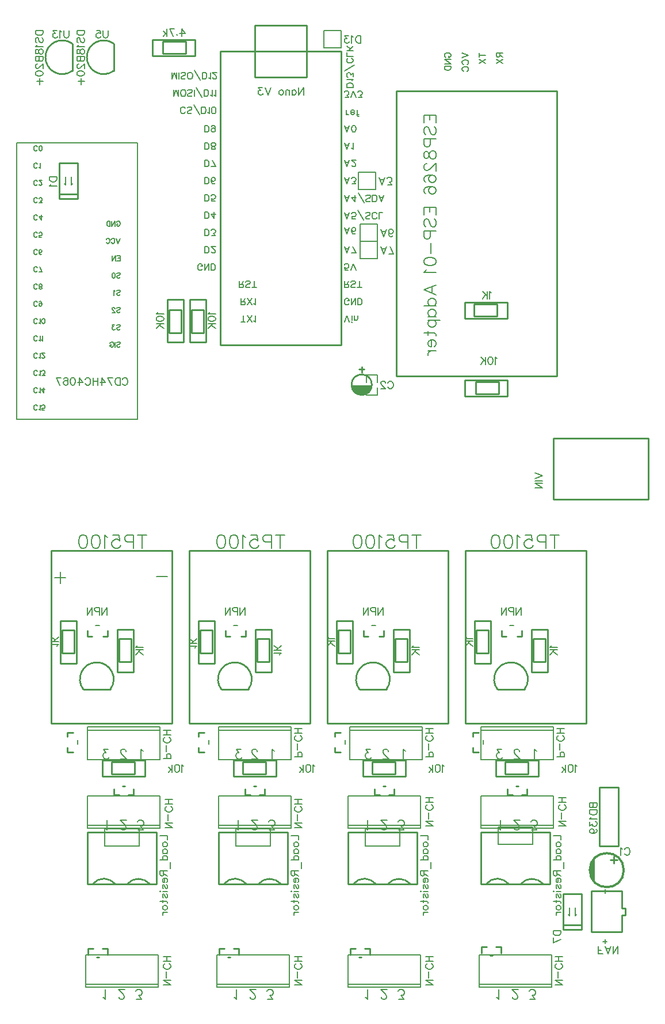
<source format=gbo>
G04 Layer: BottomSilkLayer*
G04 EasyEDA v5.9.42, Thu, 04 Apr 2019 19:27:21 GMT*
G04 a42c463e7e4844508e23aeb05d994216*
G04 Gerber Generator version 0.2*
G04 Scale: 100 percent, Rotated: No, Reflected: No *
G04 Dimensions in millimeters *
G04 leading zeros omitted , absolute positions ,3 integer and 3 decimal *
%FSLAX33Y33*%
%MOMM*%
G90*
G71D02*

%ADD10C,0.254000*%
%ADD12C,0.299999*%
%ADD39C,0.200000*%
%ADD50C,0.228600*%
%ADD51C,0.203200*%
%ADD52C,0.202999*%
%ADD54C,0.177800*%
%ADD55C,0.127000*%
%ADD57C,0.228600*%
%ADD58C,0.203200*%
%ADD59C,0.200660*%
%ADD60C,0.152400*%
%ADD61C,0.149860*%

%LPD*%
G54D57*
G01X12075Y51709D02*
G01X12075Y55110D01*
G01X10276Y55110D01*
G01X10276Y51709D01*
G01X12075Y51709D01*
G54D10*
G01X9982Y50172D02*
G01X12369Y50172D01*
G01X12369Y50172D02*
G01X12369Y56471D01*
G01X12369Y56471D02*
G01X9982Y56471D01*
G01X9982Y56471D02*
G01X9982Y50172D01*
G54D57*
G01X32395Y51709D02*
G01X32395Y55110D01*
G01X30596Y55110D01*
G01X30596Y51709D01*
G01X32395Y51709D01*
G54D10*
G01X30302Y50172D02*
G01X32689Y50172D01*
G01X32689Y50172D02*
G01X32689Y56471D01*
G01X32689Y56471D02*
G01X30302Y56471D01*
G01X30302Y56471D02*
G01X30302Y50172D01*
G54D57*
G01X52715Y51709D02*
G01X52715Y55110D01*
G01X50916Y55110D01*
G01X50916Y51709D01*
G01X52715Y51709D01*
G54D10*
G01X50622Y50172D02*
G01X53009Y50172D01*
G01X53009Y50172D02*
G01X53009Y56471D01*
G01X53009Y56471D02*
G01X50622Y56471D01*
G01X50622Y56471D02*
G01X50622Y50172D01*
G54D57*
G01X73035Y51709D02*
G01X73035Y55110D01*
G01X71236Y55110D01*
G01X71236Y51709D01*
G01X73035Y51709D01*
G54D10*
G01X70942Y50172D02*
G01X73329Y50172D01*
G01X73329Y50172D02*
G01X73329Y56471D01*
G01X73329Y56471D02*
G01X70942Y56471D01*
G01X70942Y56471D02*
G01X70942Y50172D01*
G54D57*
G01X40220Y35679D02*
G01X36819Y35679D01*
G01X36819Y33881D01*
G01X40220Y33881D01*
G01X40220Y35679D01*
G01X40777Y50439D02*
G01X40777Y53840D01*
G01X38978Y53840D01*
G01X38978Y50439D01*
G01X40777Y50439D01*
G54D10*
G01X38684Y48902D02*
G01X41071Y48902D01*
G01X41071Y48902D02*
G01X41071Y55201D01*
G01X41071Y55201D02*
G01X38684Y55201D01*
G01X38684Y55201D02*
G01X38684Y48902D01*
G01X60807Y33586D02*
G01X60807Y35974D01*
G01X60807Y35974D02*
G01X54508Y35974D01*
G01X54508Y35974D02*
G01X54508Y33586D01*
G01X54508Y33586D02*
G01X60807Y33586D01*
G54D57*
G01X61097Y50439D02*
G01X61097Y53840D01*
G01X59298Y53840D01*
G01X59298Y50439D01*
G01X61097Y50439D01*
G54D10*
G01X59004Y48902D02*
G01X61391Y48902D01*
G01X61391Y48902D02*
G01X61391Y55201D01*
G01X61391Y55201D02*
G01X59004Y55201D01*
G01X59004Y55201D02*
G01X59004Y48902D01*
G54D57*
G01X78828Y35679D02*
G01X75427Y35679D01*
G01X75427Y33881D01*
G01X78828Y33881D01*
G01X78828Y35679D01*
G01X81417Y50439D02*
G01X81417Y53840D01*
G01X79618Y53840D01*
G01X79618Y50439D01*
G01X81417Y50439D01*
G54D10*
G01X79324Y48902D02*
G01X81711Y48902D01*
G01X81711Y48902D02*
G01X81711Y55201D01*
G01X81711Y55201D02*
G01X79324Y55201D01*
G01X79324Y55201D02*
G01X79324Y48902D01*
G54D57*
G01X20457Y50439D02*
G01X20457Y53840D01*
G01X18658Y53840D01*
G01X18658Y50439D01*
G01X20457Y50439D01*
G54D10*
G01X18364Y48902D02*
G01X20751Y48902D01*
G01X20751Y48902D02*
G01X20751Y55201D01*
G01X20751Y55201D02*
G01X18364Y55201D01*
G01X18364Y55201D02*
G01X18364Y48902D01*
G01X22453Y33586D02*
G01X22453Y35974D01*
G01X22453Y35974D02*
G01X16154Y35974D01*
G01X16154Y35974D02*
G01X16154Y33586D01*
G01X16154Y33586D02*
G01X22453Y33586D01*
G54D57*
G01X20916Y35679D02*
G01X17515Y35679D01*
G01X17515Y33881D01*
G01X20916Y33881D01*
G01X20916Y35679D01*
G54D10*
G01X75793Y89466D02*
G01X75793Y91854D01*
G01X75793Y91854D02*
G01X69494Y91854D01*
G01X69494Y91854D02*
G01X69494Y89466D01*
G01X69494Y89466D02*
G01X75793Y89466D01*
G54D57*
G01X74510Y91559D02*
G01X71109Y91559D01*
G01X71109Y89761D01*
G01X74510Y89761D01*
G01X74510Y91559D01*
G01X59270Y35679D02*
G01X55869Y35679D01*
G01X55869Y33881D01*
G01X59270Y33881D01*
G01X59270Y35679D01*
G54D10*
G01X41757Y33586D02*
G01X41757Y35974D01*
G01X41757Y35974D02*
G01X35458Y35974D01*
G01X35458Y35974D02*
G01X35458Y33586D01*
G01X35458Y33586D02*
G01X41757Y33586D01*
G54D39*
G01X55079Y90731D02*
G01X55079Y89631D01*
G01X56680Y89631D01*
G01X56680Y90731D01*
G01X55079Y91531D02*
G01X55079Y92631D01*
G01X56080Y92631D01*
G01X56680Y92631D01*
G01X56680Y91531D01*
G54D10*
G01X80365Y33586D02*
G01X80365Y35974D01*
G01X80365Y35974D02*
G01X74066Y35974D01*
G01X74066Y35974D02*
G01X74066Y33586D01*
G01X74066Y33586D02*
G01X80365Y33586D01*
G01X69596Y41384D02*
G01X87376Y41384D01*
G01X87376Y66784D01*
G01X69596Y66784D01*
G01X69596Y41384D01*
G01X49276Y41384D02*
G01X67056Y41384D01*
G01X67056Y66784D01*
G01X49276Y66784D01*
G01X49276Y41384D01*
G01X28956Y41384D02*
G01X46736Y41384D01*
G01X46736Y66784D01*
G01X28956Y66784D01*
G01X28956Y41384D01*
G01X28117Y103715D02*
G01X25730Y103715D01*
G01X25730Y103715D02*
G01X25730Y97416D01*
G01X25730Y97416D02*
G01X28117Y97416D01*
G01X28117Y97416D02*
G01X28117Y103715D01*
G54D57*
G01X26024Y102179D02*
G01X26024Y98778D01*
G01X27823Y98778D01*
G01X27823Y102179D01*
G01X26024Y102179D01*
G01X29326Y102179D02*
G01X29326Y98778D01*
G01X31125Y98778D01*
G01X31125Y102179D01*
G01X29326Y102179D01*
G54D10*
G01X31419Y103715D02*
G01X29032Y103715D01*
G01X29032Y103715D02*
G01X29032Y97416D01*
G01X29032Y97416D02*
G01X31419Y97416D01*
G01X31419Y97416D02*
G01X31419Y103715D01*
G01X82550Y83294D02*
G01X82550Y74295D01*
G01X96550Y74295D01*
G01X96550Y83294D01*
G01X82550Y83294D01*
G54D58*
G01X3556Y126728D02*
G01X21336Y126728D01*
G01X21336Y86088D01*
G01X3556Y86088D01*
G01X3556Y126728D01*
G54D10*
G01X8636Y41384D02*
G01X26416Y41384D01*
G01X26416Y66784D01*
G01X8636Y66784D01*
G01X8636Y41384D01*
G01X17881Y137320D02*
G01X17881Y141279D01*
G01X29819Y139504D02*
G01X29819Y141892D01*
G01X29819Y141892D02*
G01X23520Y141892D01*
G01X23520Y141892D02*
G01X23520Y139504D01*
G01X23520Y139504D02*
G01X29819Y139504D01*
G54D57*
G01X25057Y139799D02*
G01X28458Y139799D01*
G01X28458Y141597D01*
G01X25057Y141597D01*
G01X25057Y139799D01*
G54D10*
G01X54726Y93405D02*
G01X53939Y93405D01*
G01X54345Y92969D02*
G01X54345Y93807D01*
G01X11788Y137320D02*
G01X11788Y141279D01*
G54D51*
G01X48768Y140698D02*
G01X51308Y140698D01*
G01X51308Y143238D01*
G01X48768Y143238D01*
G01X48768Y141333D01*
G54D52*
G01X48768Y140698D02*
G01X48768Y141333D01*
G54D51*
G01X53848Y119870D02*
G01X56388Y119870D01*
G01X56388Y122410D01*
G01X53848Y122410D01*
G01X53848Y120505D01*
G54D52*
G01X53848Y119870D02*
G01X53848Y120505D01*
G54D51*
G01X54102Y112250D02*
G01X56642Y112250D01*
G01X56642Y114790D01*
G01X54102Y114790D01*
G01X54102Y112885D01*
G54D52*
G01X54102Y112250D02*
G01X54102Y112885D01*
G54D51*
G01X54102Y109710D02*
G01X56642Y109710D01*
G01X56642Y112250D01*
G01X54102Y112250D01*
G01X54102Y110345D01*
G54D52*
G01X54102Y109710D02*
G01X54102Y110345D01*
G54D59*
G01X82565Y40340D02*
G01X71866Y40340D01*
G01X82565Y36040D02*
G01X82565Y40840D01*
G01X71866Y40840D01*
G01X71866Y36040D01*
G01X82565Y36040D02*
G01X71866Y36040D01*
G54D10*
G01X74348Y46360D02*
G01X78308Y46360D01*
G54D59*
G01X24653Y40340D02*
G01X13954Y40340D01*
G01X24653Y36040D02*
G01X24653Y40840D01*
G01X13954Y40840D01*
G01X13954Y36040D01*
G01X24653Y36040D02*
G01X13954Y36040D01*
G01X43957Y40340D02*
G01X33258Y40340D01*
G01X43957Y36040D02*
G01X43957Y40840D01*
G01X33258Y40840D01*
G01X33258Y36040D01*
G01X43957Y36040D02*
G01X33258Y36040D01*
G01X63261Y40340D02*
G01X52562Y40340D01*
G01X63261Y36040D02*
G01X63261Y40840D01*
G01X52562Y40840D01*
G01X52562Y36040D01*
G01X63261Y36040D02*
G01X52562Y36040D01*
G54D10*
G01X13388Y46360D02*
G01X17348Y46360D01*
G01X33708Y46360D02*
G01X37668Y46360D01*
G01X54028Y46360D02*
G01X57988Y46360D01*
G01X82042Y25382D02*
G01X82042Y17762D01*
G01X82042Y17762D01*
G01X82042Y25382D02*
G01X71882Y25382D01*
G01X82042Y17762D02*
G01X71882Y17762D01*
G01X71882Y25382D02*
G01X71882Y17762D01*
G01X62484Y25382D02*
G01X62484Y17762D01*
G01X62484Y17762D01*
G01X62484Y25382D02*
G01X52324Y25382D01*
G01X62484Y17762D02*
G01X52324Y17762D01*
G01X52324Y25382D02*
G01X52324Y17762D01*
G01X43434Y25382D02*
G01X43434Y17762D01*
G01X43434Y17762D01*
G01X43434Y25382D02*
G01X33274Y25382D01*
G01X43434Y17762D02*
G01X33274Y17762D01*
G01X33274Y25382D02*
G01X33274Y17762D01*
G01X24130Y25382D02*
G01X24130Y17762D01*
G01X24130Y17762D01*
G01X24130Y25382D02*
G01X13970Y25382D01*
G01X24130Y17762D02*
G01X13970Y17762D01*
G01X13970Y25382D02*
G01X13970Y17762D01*
G54D51*
G01X16510Y25890D02*
G01X16510Y23375D01*
G01X21590Y23375D01*
G01X21590Y25890D01*
G01X16510Y25890D01*
G01X35814Y25890D02*
G01X35814Y23375D01*
G01X40894Y23375D01*
G01X40894Y25890D01*
G01X35814Y25890D01*
G01X54864Y25890D02*
G01X54864Y23375D01*
G01X59944Y23375D01*
G01X59944Y25890D01*
G01X54864Y25890D01*
G01X74422Y26144D02*
G01X74422Y23629D01*
G01X79502Y23629D01*
G01X79502Y26144D01*
G01X74422Y26144D01*
G54D10*
G01X15671Y6967D02*
G01X15316Y6967D01*
G01X14046Y7348D02*
G01X14046Y8237D01*
G01X14808Y8237D01*
G01X16179Y8237D02*
G01X16941Y8237D01*
G01X16941Y7348D01*
G01X38430Y32113D02*
G01X38785Y32113D01*
G01X40055Y31732D02*
G01X40055Y30843D01*
G01X39293Y30843D01*
G01X37922Y30843D02*
G01X37160Y30843D01*
G01X37160Y31732D01*
G01X34975Y6967D02*
G01X34620Y6967D01*
G01X33350Y7348D02*
G01X33350Y8237D01*
G01X34112Y8237D01*
G01X35483Y8237D02*
G01X36245Y8237D01*
G01X36245Y7348D01*
G01X57480Y32113D02*
G01X57835Y32113D01*
G01X59105Y31732D02*
G01X59105Y30843D01*
G01X58343Y30843D01*
G01X56972Y30843D02*
G01X56210Y30843D01*
G01X56210Y31732D01*
G01X54279Y6967D02*
G01X53924Y6967D01*
G01X52654Y7348D02*
G01X52654Y8237D01*
G01X53416Y8237D01*
G01X54787Y8237D02*
G01X55549Y8237D01*
G01X55549Y7348D01*
G54D59*
G01X71866Y26426D02*
G01X82565Y26426D01*
G01X71866Y30726D02*
G01X71866Y25925D01*
G01X82565Y25925D01*
G01X82565Y30726D01*
G01X71866Y30726D02*
G01X82565Y30726D01*
G01X71615Y3055D02*
G01X82313Y3055D01*
G01X71615Y7355D02*
G01X71615Y2555D01*
G01X82313Y2555D01*
G01X82313Y7355D01*
G01X71615Y7355D02*
G01X82313Y7355D01*
G54D10*
G01X77038Y32113D02*
G01X77393Y32113D01*
G01X78663Y31732D02*
G01X78663Y30843D01*
G01X77901Y30843D01*
G01X76530Y30843D02*
G01X75768Y30843D01*
G01X75768Y31732D01*
G01X73583Y7221D02*
G01X73228Y7221D01*
G01X71958Y7602D02*
G01X71958Y8491D01*
G01X72720Y8491D01*
G01X74091Y8491D02*
G01X74853Y8491D01*
G01X74853Y7602D01*
G54D59*
G01X33261Y26423D02*
G01X43959Y26423D01*
G01X33261Y30723D02*
G01X33261Y25923D01*
G01X43959Y25923D01*
G01X43959Y30723D01*
G01X33261Y30723D02*
G01X43959Y30723D01*
G01X33007Y3055D02*
G01X43705Y3055D01*
G01X33007Y7355D02*
G01X33007Y2555D01*
G01X43705Y2555D01*
G01X43705Y7355D01*
G01X33007Y7355D02*
G01X43705Y7355D01*
G01X52311Y26423D02*
G01X63009Y26423D01*
G01X52311Y30723D02*
G01X52311Y25923D01*
G01X63009Y25923D01*
G01X63009Y30723D01*
G01X52311Y30723D02*
G01X63009Y30723D01*
G01X52311Y3055D02*
G01X63009Y3055D01*
G01X52311Y7355D02*
G01X52311Y2555D01*
G01X63009Y2555D01*
G01X63009Y7355D01*
G01X52311Y7355D02*
G01X63009Y7355D01*
G54D10*
G01X19126Y32113D02*
G01X19481Y32113D01*
G01X20751Y31732D02*
G01X20751Y30843D01*
G01X19989Y30843D01*
G01X18618Y30843D02*
G01X17856Y30843D01*
G01X17856Y31732D01*
G54D59*
G01X13957Y26423D02*
G01X24655Y26423D01*
G01X13957Y30723D02*
G01X13957Y25923D01*
G01X24655Y25923D01*
G01X24655Y30723D01*
G01X13957Y30723D02*
G01X24655Y30723D01*
G01X13703Y3055D02*
G01X24401Y3055D01*
G01X13703Y7355D02*
G01X13703Y2555D01*
G01X24401Y2555D01*
G01X24401Y7355D01*
G01X13703Y7355D02*
G01X24401Y7355D01*
G54D10*
G01X33528Y140190D02*
G01X51308Y140190D01*
G01X51308Y140190D02*
G01X51308Y97010D01*
G01X51308Y97010D02*
G01X33528Y97010D01*
G01X33528Y97010D02*
G01X33528Y140190D01*
G01X38608Y136380D02*
G01X38608Y144000D01*
G01X46228Y144000D01*
G01X46228Y136380D01*
G01X38608Y136380D01*
G01X59436Y134348D02*
G01X83055Y134348D01*
G01X83055Y134348D02*
G01X83055Y92397D01*
G01X59436Y92397D02*
G01X83055Y92397D01*
G01X59436Y134348D02*
G01X59436Y92397D01*
G01X11033Y37790D02*
G01X11033Y37129D01*
G01X11033Y37790D01*
G01X11033Y37129D01*
G01X11849Y37129D01*
G01X11849Y40050D02*
G01X11033Y40050D01*
G01X11033Y39390D01*
G54D39*
G01X12583Y38889D02*
G01X12583Y38290D01*
G54D10*
G01X16294Y54195D02*
G01X16954Y54195D01*
G01X16294Y54195D01*
G01X16954Y54195D01*
G01X16954Y55011D01*
G01X14033Y55011D02*
G01X14033Y54195D01*
G01X14693Y54195D01*
G54D39*
G01X15194Y55745D02*
G01X15793Y55745D01*
G54D10*
G01X30337Y37790D02*
G01X30337Y37129D01*
G01X30337Y37790D01*
G01X30337Y37129D01*
G01X31153Y37129D01*
G01X31153Y40050D02*
G01X30337Y40050D01*
G01X30337Y39390D01*
G54D39*
G01X31887Y38889D02*
G01X31887Y38290D01*
G54D10*
G01X36614Y54195D02*
G01X37274Y54195D01*
G01X36614Y54195D01*
G01X37274Y54195D01*
G01X37274Y55011D01*
G01X34353Y55011D02*
G01X34353Y54195D01*
G01X35013Y54195D01*
G54D39*
G01X35514Y55745D02*
G01X36113Y55745D01*
G54D10*
G01X50403Y37790D02*
G01X50403Y37129D01*
G01X50403Y37790D01*
G01X50403Y37129D01*
G01X51219Y37129D01*
G01X51219Y40050D02*
G01X50403Y40050D01*
G01X50403Y39390D01*
G54D39*
G01X51953Y38889D02*
G01X51953Y38290D01*
G54D10*
G01X56934Y54195D02*
G01X57594Y54195D01*
G01X56934Y54195D01*
G01X57594Y54195D01*
G01X57594Y55011D01*
G01X54673Y55011D02*
G01X54673Y54195D01*
G01X55333Y54195D01*
G54D39*
G01X55834Y55745D02*
G01X56433Y55745D01*
G54D10*
G01X70723Y37790D02*
G01X70723Y37129D01*
G01X70723Y37790D01*
G01X70723Y37129D01*
G01X71539Y37129D01*
G01X71539Y40050D02*
G01X70723Y40050D01*
G01X70723Y39390D01*
G54D39*
G01X72273Y38889D02*
G01X72273Y38290D01*
G54D10*
G01X77254Y54195D02*
G01X77914Y54195D01*
G01X77254Y54195D01*
G01X77914Y54195D01*
G01X77914Y55011D01*
G01X74993Y55011D02*
G01X74993Y54195D01*
G01X75653Y54195D01*
G54D39*
G01X76154Y55745D02*
G01X76753Y55745D01*
G54D10*
G01X89331Y31970D02*
G01X89331Y23370D01*
G01X92130Y23370D02*
G01X89331Y23370D01*
G01X92130Y31970D02*
G01X92130Y23370D01*
G01X92130Y31970D02*
G01X89331Y31970D01*
G54D57*
G01X74256Y102989D02*
G01X70855Y102989D01*
G01X70855Y101191D01*
G01X74256Y101191D01*
G01X74256Y102989D01*
G54D10*
G01X75793Y100896D02*
G01X75793Y103284D01*
G01X75793Y103284D02*
G01X69494Y103284D01*
G01X69494Y103284D02*
G01X69494Y100896D01*
G01X69494Y100896D02*
G01X75793Y100896D01*
G01X91940Y21292D02*
G01X90924Y21292D01*
G01X91424Y21793D02*
G01X91424Y20777D01*
G01X92633Y10701D02*
G01X92633Y13190D01*
G01X92633Y13190D02*
G01X93141Y13190D01*
G01X93141Y13190D02*
G01X93141Y14206D01*
G01X93141Y14206D02*
G01X92633Y14206D01*
G01X92633Y14206D02*
G01X92633Y16695D01*
G01X92633Y16695D02*
G01X88138Y16695D01*
G01X88138Y16695D02*
G01X88138Y10701D01*
G01X88138Y10701D02*
G01X92633Y10701D01*
G54D55*
G01X85750Y14307D02*
G01X85750Y13291D01*
G01X85750Y13291D02*
G01X85750Y13088D01*
G01X84937Y13088D02*
G01X84937Y13291D01*
G01X84937Y13291D02*
G01X84937Y14307D01*
G01X84937Y13088D02*
G01X84734Y13291D01*
G01X85750Y13088D02*
G01X85953Y13291D01*
G01X85953Y13291D02*
G01X85750Y13291D01*
G01X84734Y13291D02*
G01X84937Y13291D01*
G54D50*
G01X83972Y16301D02*
G01X83972Y11094D01*
G01X86715Y11094D01*
G01X86715Y16301D01*
G01X83972Y16301D01*
G01X83972Y11729D02*
G01X86715Y11729D01*
G01X9804Y123743D02*
G01X9804Y118536D01*
G01X12547Y118536D01*
G01X12547Y123743D01*
G01X9804Y123743D01*
G01X9804Y119171D02*
G01X12547Y119171D01*
G54D55*
G01X11582Y121749D02*
G01X11582Y120733D01*
G01X11582Y120733D02*
G01X11582Y120530D01*
G01X10769Y120530D02*
G01X10769Y120733D01*
G01X10769Y120733D02*
G01X10769Y121749D01*
G01X10769Y120530D02*
G01X10566Y120733D01*
G01X11582Y120530D02*
G01X11785Y120733D01*
G01X11785Y120733D02*
G01X11582Y120733D01*
G01X10566Y120733D02*
G01X10769Y120733D01*
G01X9519Y52753D02*
G01X9570Y52857D01*
G01X9725Y53012D01*
G01X8635Y53012D01*
G01X9725Y53355D02*
G01X8635Y53355D01*
G01X9725Y54084D02*
G01X8999Y53355D01*
G01X9258Y53617D02*
G01X8635Y54084D01*
G01X29839Y52499D02*
G01X29890Y52603D01*
G01X30045Y52758D01*
G01X28955Y52758D01*
G01X30045Y53101D02*
G01X28955Y53101D01*
G01X30045Y53830D02*
G01X29319Y53101D01*
G01X29578Y53363D02*
G01X28955Y53830D01*
G01X49481Y54084D02*
G01X49430Y53980D01*
G01X49275Y53825D01*
G01X50365Y53825D01*
G01X49275Y53482D02*
G01X50365Y53482D01*
G01X49275Y52753D02*
G01X50002Y53482D01*
G01X49743Y53220D02*
G01X50365Y52753D01*
G01X69801Y54084D02*
G01X69750Y53980D01*
G01X69595Y53825D01*
G01X70685Y53825D01*
G01X69595Y53482D02*
G01X70685Y53482D01*
G01X69595Y52753D02*
G01X70322Y53482D01*
G01X70063Y53220D02*
G01X70685Y52753D01*
G01X42285Y51483D02*
G01X42336Y51587D01*
G01X42491Y51742D01*
G01X41401Y51742D01*
G01X42491Y52085D02*
G01X41401Y52085D01*
G01X42491Y52814D02*
G01X41765Y52085D01*
G01X42024Y52347D02*
G01X41401Y52814D01*
G01X66507Y35082D02*
G01X66403Y35133D01*
G01X66248Y35288D01*
G01X66248Y34198D01*
G01X65592Y35288D02*
G01X65747Y35237D01*
G01X65851Y35082D01*
G01X65905Y34821D01*
G01X65905Y34666D01*
G01X65851Y34407D01*
G01X65747Y34249D01*
G01X65592Y34198D01*
G01X65488Y34198D01*
G01X65333Y34249D01*
G01X65229Y34407D01*
G01X65176Y34666D01*
G01X65176Y34821D01*
G01X65229Y35082D01*
G01X65333Y35237D01*
G01X65488Y35288D01*
G01X65592Y35288D01*
G01X64833Y35288D02*
G01X64833Y34198D01*
G01X64315Y34925D02*
G01X64833Y34407D01*
G01X64627Y34615D02*
G01X64261Y34198D01*
G01X61927Y52814D02*
G01X61876Y52710D01*
G01X61721Y52555D01*
G01X62811Y52555D01*
G01X61721Y52212D02*
G01X62811Y52212D01*
G01X61721Y51483D02*
G01X62448Y52212D01*
G01X62189Y51950D02*
G01X62811Y51483D01*
G01X82247Y52814D02*
G01X82196Y52710D01*
G01X82041Y52555D01*
G01X83131Y52555D01*
G01X82041Y52212D02*
G01X83131Y52212D01*
G01X82041Y51483D02*
G01X82768Y52212D01*
G01X82509Y51950D02*
G01X83131Y51483D01*
G01X21287Y52814D02*
G01X21236Y52710D01*
G01X21081Y52555D01*
G01X22171Y52555D01*
G01X21081Y52212D02*
G01X22171Y52212D01*
G01X21081Y51483D02*
G01X21808Y52212D01*
G01X21549Y51950D02*
G01X22171Y51483D01*
G01X28153Y35082D02*
G01X28049Y35133D01*
G01X27894Y35288D01*
G01X27894Y34198D01*
G01X27238Y35288D02*
G01X27393Y35237D01*
G01X27497Y35082D01*
G01X27551Y34821D01*
G01X27551Y34666D01*
G01X27497Y34407D01*
G01X27393Y34249D01*
G01X27238Y34198D01*
G01X27134Y34198D01*
G01X26979Y34249D01*
G01X26875Y34407D01*
G01X26822Y34666D01*
G01X26822Y34821D01*
G01X26875Y35082D01*
G01X26979Y35237D01*
G01X27134Y35288D01*
G01X27238Y35288D01*
G01X26479Y35288D02*
G01X26479Y34198D01*
G01X25961Y34925D02*
G01X26479Y34407D01*
G01X26273Y34615D02*
G01X25907Y34198D01*
G01X74282Y95026D02*
G01X74177Y95077D01*
G01X74023Y95232D01*
G01X74023Y94142D01*
G01X73367Y95232D02*
G01X73522Y95181D01*
G01X73626Y95026D01*
G01X73680Y94765D01*
G01X73680Y94610D01*
G01X73626Y94351D01*
G01X73522Y94193D01*
G01X73367Y94142D01*
G01X73263Y94142D01*
G01X73108Y94193D01*
G01X73004Y94351D01*
G01X72951Y94610D01*
G01X72951Y94765D01*
G01X73004Y95026D01*
G01X73108Y95181D01*
G01X73263Y95232D01*
G01X73367Y95232D01*
G01X72608Y95232D02*
G01X72608Y94142D01*
G01X71881Y95232D02*
G01X72608Y94505D01*
G01X72349Y94765D02*
G01X71881Y94142D01*
G01X47457Y35082D02*
G01X47353Y35133D01*
G01X47198Y35288D01*
G01X47198Y34198D01*
G01X46542Y35288D02*
G01X46697Y35237D01*
G01X46801Y35082D01*
G01X46855Y34821D01*
G01X46855Y34666D01*
G01X46801Y34407D01*
G01X46697Y34249D01*
G01X46542Y34198D01*
G01X46438Y34198D01*
G01X46283Y34249D01*
G01X46179Y34407D01*
G01X46126Y34666D01*
G01X46126Y34821D01*
G01X46179Y35082D01*
G01X46283Y35237D01*
G01X46438Y35288D01*
G01X46542Y35288D01*
G01X45783Y35288D02*
G01X45783Y34198D01*
G01X45265Y34925D02*
G01X45783Y34407D01*
G01X45577Y34615D02*
G01X45211Y34198D01*
G01X86065Y35082D02*
G01X85961Y35133D01*
G01X85806Y35288D01*
G01X85806Y34198D01*
G01X85150Y35288D02*
G01X85305Y35237D01*
G01X85409Y35082D01*
G01X85463Y34821D01*
G01X85463Y34666D01*
G01X85409Y34407D01*
G01X85305Y34249D01*
G01X85150Y34198D01*
G01X85046Y34198D01*
G01X84891Y34249D01*
G01X84787Y34407D01*
G01X84734Y34666D01*
G01X84734Y34821D01*
G01X84787Y35082D01*
G01X84891Y35237D01*
G01X85046Y35288D01*
G01X85150Y35288D01*
G01X84391Y35288D02*
G01X84391Y34198D01*
G01X83873Y34925D02*
G01X84391Y34407D01*
G01X84185Y34615D02*
G01X83819Y34198D01*
G54D51*
G01X82732Y69070D02*
G01X82732Y67132D01*
G01X83380Y69070D02*
G01X82087Y69070D01*
G01X81477Y69070D02*
G01X81477Y67132D01*
G01X81477Y69070D02*
G01X80647Y69070D01*
G01X80370Y68978D01*
G01X80276Y68887D01*
G01X80185Y68701D01*
G01X80185Y68424D01*
G01X80276Y68239D01*
G01X80370Y68148D01*
G01X80647Y68054D01*
G01X81477Y68054D01*
G01X78465Y69070D02*
G01X79390Y69070D01*
G01X79481Y68239D01*
G01X79390Y68331D01*
G01X79113Y68424D01*
G01X78836Y68424D01*
G01X78559Y68331D01*
G01X78374Y68148D01*
G01X78282Y67871D01*
G01X78282Y67685D01*
G01X78374Y67408D01*
G01X78559Y67223D01*
G01X78836Y67132D01*
G01X79113Y67132D01*
G01X79390Y67223D01*
G01X79481Y67315D01*
G01X79575Y67500D01*
G01X77673Y68701D02*
G01X77487Y68793D01*
G01X77210Y69070D01*
G01X77210Y67132D01*
G01X76047Y69070D02*
G01X76324Y68978D01*
G01X76509Y68701D01*
G01X76601Y68239D01*
G01X76601Y67962D01*
G01X76509Y67500D01*
G01X76324Y67223D01*
G01X76047Y67132D01*
G01X75862Y67132D01*
G01X75585Y67223D01*
G01X75399Y67500D01*
G01X75308Y67962D01*
G01X75308Y68239D01*
G01X75399Y68701D01*
G01X75585Y68978D01*
G01X75862Y69070D01*
G01X76047Y69070D01*
G01X74145Y69070D02*
G01X74421Y68978D01*
G01X74604Y68701D01*
G01X74698Y68239D01*
G01X74698Y67962D01*
G01X74604Y67500D01*
G01X74421Y67223D01*
G01X74145Y67132D01*
G01X73959Y67132D01*
G01X73682Y67223D01*
G01X73497Y67500D01*
G01X73405Y67962D01*
G01X73405Y68239D01*
G01X73497Y68701D01*
G01X73682Y68978D01*
G01X73959Y69070D01*
G01X74145Y69070D01*
G01X62412Y69070D02*
G01X62412Y67132D01*
G01X63060Y69070D02*
G01X61767Y69070D01*
G01X61157Y69070D02*
G01X61157Y67132D01*
G01X61157Y69070D02*
G01X60327Y69070D01*
G01X60050Y68978D01*
G01X59956Y68887D01*
G01X59865Y68701D01*
G01X59865Y68424D01*
G01X59956Y68239D01*
G01X60050Y68148D01*
G01X60327Y68054D01*
G01X61157Y68054D01*
G01X58145Y69070D02*
G01X59070Y69070D01*
G01X59161Y68239D01*
G01X59070Y68331D01*
G01X58793Y68424D01*
G01X58516Y68424D01*
G01X58239Y68331D01*
G01X58054Y68148D01*
G01X57962Y67871D01*
G01X57962Y67685D01*
G01X58054Y67408D01*
G01X58239Y67223D01*
G01X58516Y67132D01*
G01X58793Y67132D01*
G01X59070Y67223D01*
G01X59161Y67315D01*
G01X59255Y67500D01*
G01X57353Y68701D02*
G01X57167Y68793D01*
G01X56890Y69070D01*
G01X56890Y67132D01*
G01X55727Y69070D02*
G01X56004Y68978D01*
G01X56189Y68701D01*
G01X56281Y68239D01*
G01X56281Y67962D01*
G01X56189Y67500D01*
G01X56004Y67223D01*
G01X55727Y67132D01*
G01X55542Y67132D01*
G01X55265Y67223D01*
G01X55079Y67500D01*
G01X54988Y67962D01*
G01X54988Y68239D01*
G01X55079Y68701D01*
G01X55265Y68978D01*
G01X55542Y69070D01*
G01X55727Y69070D01*
G01X53825Y69070D02*
G01X54101Y68978D01*
G01X54284Y68701D01*
G01X54378Y68239D01*
G01X54378Y67962D01*
G01X54284Y67500D01*
G01X54101Y67223D01*
G01X53825Y67132D01*
G01X53639Y67132D01*
G01X53362Y67223D01*
G01X53177Y67500D01*
G01X53085Y67962D01*
G01X53085Y68239D01*
G01X53177Y68701D01*
G01X53362Y68978D01*
G01X53639Y69070D01*
G01X53825Y69070D01*
G01X42346Y69070D02*
G01X42346Y67132D01*
G01X42994Y69070D02*
G01X41701Y69070D01*
G01X41091Y69070D02*
G01X41091Y67132D01*
G01X41091Y69070D02*
G01X40261Y69070D01*
G01X39984Y68978D01*
G01X39890Y68887D01*
G01X39799Y68701D01*
G01X39799Y68424D01*
G01X39890Y68239D01*
G01X39984Y68148D01*
G01X40261Y68054D01*
G01X41091Y68054D01*
G01X38079Y69070D02*
G01X39004Y69070D01*
G01X39095Y68239D01*
G01X39004Y68331D01*
G01X38727Y68424D01*
G01X38450Y68424D01*
G01X38173Y68331D01*
G01X37988Y68148D01*
G01X37896Y67871D01*
G01X37896Y67685D01*
G01X37988Y67408D01*
G01X38173Y67223D01*
G01X38450Y67132D01*
G01X38727Y67132D01*
G01X39004Y67223D01*
G01X39095Y67315D01*
G01X39189Y67500D01*
G01X37287Y68701D02*
G01X37101Y68793D01*
G01X36824Y69070D01*
G01X36824Y67132D01*
G01X35661Y69070D02*
G01X35938Y68978D01*
G01X36123Y68701D01*
G01X36215Y68239D01*
G01X36215Y67962D01*
G01X36123Y67500D01*
G01X35938Y67223D01*
G01X35661Y67132D01*
G01X35476Y67132D01*
G01X35199Y67223D01*
G01X35013Y67500D01*
G01X34922Y67962D01*
G01X34922Y68239D01*
G01X35013Y68701D01*
G01X35199Y68978D01*
G01X35476Y69070D01*
G01X35661Y69070D01*
G01X33759Y69070D02*
G01X34035Y68978D01*
G01X34218Y68701D01*
G01X34312Y68239D01*
G01X34312Y67962D01*
G01X34218Y67500D01*
G01X34035Y67223D01*
G01X33759Y67132D01*
G01X33573Y67132D01*
G01X33296Y67223D01*
G01X33111Y67500D01*
G01X33019Y67962D01*
G01X33019Y68239D01*
G01X33111Y68701D01*
G01X33296Y68978D01*
G01X33573Y69070D01*
G01X33759Y69070D01*
G54D55*
G01X24337Y101836D02*
G01X24285Y101732D01*
G01X24129Y101576D01*
G01X25220Y101576D01*
G01X24129Y100921D02*
G01X24181Y101077D01*
G01X24337Y101181D01*
G01X24597Y101233D01*
G01X24753Y101233D01*
G01X25012Y101181D01*
G01X25168Y101077D01*
G01X25220Y100921D01*
G01X25220Y100817D01*
G01X25168Y100662D01*
G01X25012Y100558D01*
G01X24753Y100506D01*
G01X24597Y100506D01*
G01X24337Y100558D01*
G01X24181Y100662D01*
G01X24129Y100817D01*
G01X24129Y100921D01*
G01X24129Y100163D02*
G01X25220Y100163D01*
G01X24129Y99435D02*
G01X24856Y100163D01*
G01X24597Y99903D02*
G01X25220Y99435D01*
G01X31955Y101836D02*
G01X31904Y101732D01*
G01X31749Y101577D01*
G01X32839Y101577D01*
G01X31749Y100921D02*
G01X31800Y101076D01*
G01X31955Y101180D01*
G01X32217Y101234D01*
G01X32372Y101234D01*
G01X32631Y101180D01*
G01X32788Y101076D01*
G01X32839Y100921D01*
G01X32839Y100817D01*
G01X32788Y100662D01*
G01X32631Y100558D01*
G01X32372Y100505D01*
G01X32217Y100505D01*
G01X31955Y100558D01*
G01X31800Y100662D01*
G01X31749Y100817D01*
G01X31749Y100921D01*
G01X31749Y100162D02*
G01X32839Y100162D01*
G01X31749Y99435D02*
G01X32476Y100162D01*
G01X32217Y99903D02*
G01X32839Y99435D01*
G54D54*
G01X79895Y78214D02*
G01X80985Y77797D01*
G01X79895Y77383D02*
G01X80985Y77797D01*
G01X79895Y77040D02*
G01X80985Y77040D01*
G01X79895Y76697D02*
G01X80985Y76697D01*
G01X79895Y76697D02*
G01X80985Y75968D01*
G01X79895Y75968D02*
G01X80985Y75968D01*
G54D55*
G01X19133Y91924D02*
G01X19185Y92028D01*
G01X19289Y92132D01*
G01X19393Y92184D01*
G01X19601Y92184D01*
G01X19705Y92132D01*
G01X19809Y92028D01*
G01X19861Y91924D01*
G01X19913Y91768D01*
G01X19913Y91509D01*
G01X19861Y91353D01*
G01X19809Y91249D01*
G01X19705Y91145D01*
G01X19601Y91093D01*
G01X19393Y91093D01*
G01X19289Y91145D01*
G01X19185Y91249D01*
G01X19133Y91353D01*
G01X18790Y92184D02*
G01X18790Y91093D01*
G01X18790Y92184D02*
G01X18427Y92184D01*
G01X18271Y92132D01*
G01X18167Y92028D01*
G01X18115Y91924D01*
G01X18063Y91768D01*
G01X18063Y91509D01*
G01X18115Y91353D01*
G01X18167Y91249D01*
G01X18271Y91145D01*
G01X18427Y91093D01*
G01X18790Y91093D01*
G01X16993Y92184D02*
G01X17512Y91093D01*
G01X17720Y92184D02*
G01X16993Y92184D01*
G01X16130Y92184D02*
G01X16650Y91457D01*
G01X15871Y91457D01*
G01X16130Y92184D02*
G01X16130Y91093D01*
G01X15528Y92184D02*
G01X15528Y91093D01*
G01X14800Y92184D02*
G01X14800Y91093D01*
G01X15528Y91665D02*
G01X14800Y91665D01*
G01X13678Y91924D02*
G01X13730Y92028D01*
G01X13834Y92132D01*
G01X13938Y92184D01*
G01X14146Y92184D01*
G01X14250Y92132D01*
G01X14354Y92028D01*
G01X14406Y91924D01*
G01X14457Y91768D01*
G01X14457Y91509D01*
G01X14406Y91353D01*
G01X14354Y91249D01*
G01X14250Y91145D01*
G01X14146Y91093D01*
G01X13938Y91093D01*
G01X13834Y91145D01*
G01X13730Y91249D01*
G01X13678Y91353D01*
G01X12816Y92184D02*
G01X13335Y91457D01*
G01X12556Y91457D01*
G01X12816Y92184D02*
G01X12816Y91093D01*
G01X11901Y92184D02*
G01X12057Y92132D01*
G01X12161Y91976D01*
G01X12213Y91716D01*
G01X12213Y91561D01*
G01X12161Y91301D01*
G01X12057Y91145D01*
G01X11901Y91093D01*
G01X11797Y91093D01*
G01X11642Y91145D01*
G01X11538Y91301D01*
G01X11486Y91561D01*
G01X11486Y91716D01*
G01X11538Y91976D01*
G01X11642Y92132D01*
G01X11797Y92184D01*
G01X11901Y92184D01*
G01X10519Y92028D02*
G01X10571Y92132D01*
G01X10727Y92184D01*
G01X10831Y92184D01*
G01X10987Y92132D01*
G01X11091Y91976D01*
G01X11143Y91716D01*
G01X11143Y91457D01*
G01X11091Y91249D01*
G01X10987Y91145D01*
G01X10831Y91093D01*
G01X10779Y91093D01*
G01X10623Y91145D01*
G01X10519Y91249D01*
G01X10467Y91405D01*
G01X10467Y91457D01*
G01X10519Y91613D01*
G01X10623Y91716D01*
G01X10779Y91768D01*
G01X10831Y91768D01*
G01X10987Y91716D01*
G01X11091Y91613D01*
G01X11143Y91457D01*
G01X9397Y92184D02*
G01X9917Y91093D01*
G01X10124Y92184D02*
G01X9397Y92184D01*
G54D60*
G01X6616Y87624D02*
G01X6581Y87553D01*
G01X6512Y87485D01*
G01X6441Y87449D01*
G01X6304Y87449D01*
G01X6235Y87485D01*
G01X6164Y87553D01*
G01X6131Y87624D01*
G01X6096Y87726D01*
G01X6096Y87901D01*
G01X6131Y88005D01*
G01X6164Y88074D01*
G01X6235Y88143D01*
G01X6304Y88178D01*
G01X6441Y88178D01*
G01X6512Y88143D01*
G01X6581Y88074D01*
G01X6616Y88005D01*
G01X6845Y87589D02*
G01X6913Y87553D01*
G01X7018Y87449D01*
G01X7018Y88178D01*
G01X7660Y87449D02*
G01X7315Y87449D01*
G01X7279Y87762D01*
G01X7315Y87726D01*
G01X7419Y87693D01*
G01X7523Y87693D01*
G01X7627Y87726D01*
G01X7696Y87797D01*
G01X7731Y87901D01*
G01X7731Y87970D01*
G01X7696Y88074D01*
G01X7627Y88143D01*
G01X7523Y88178D01*
G01X7419Y88178D01*
G01X7315Y88143D01*
G01X7279Y88107D01*
G01X7246Y88038D01*
G01X6616Y90164D02*
G01X6581Y90093D01*
G01X6512Y90025D01*
G01X6441Y89989D01*
G01X6304Y89989D01*
G01X6235Y90025D01*
G01X6164Y90093D01*
G01X6131Y90164D01*
G01X6096Y90266D01*
G01X6096Y90441D01*
G01X6131Y90545D01*
G01X6164Y90614D01*
G01X6235Y90683D01*
G01X6304Y90718D01*
G01X6441Y90718D01*
G01X6512Y90683D01*
G01X6581Y90614D01*
G01X6616Y90545D01*
G01X6845Y90129D02*
G01X6913Y90093D01*
G01X7018Y89989D01*
G01X7018Y90718D01*
G01X7592Y89989D02*
G01X7246Y90474D01*
G01X7764Y90474D01*
G01X7592Y89989D02*
G01X7592Y90718D01*
G01X6616Y92704D02*
G01X6581Y92633D01*
G01X6512Y92565D01*
G01X6441Y92529D01*
G01X6304Y92529D01*
G01X6235Y92565D01*
G01X6164Y92633D01*
G01X6131Y92704D01*
G01X6096Y92806D01*
G01X6096Y92981D01*
G01X6131Y93085D01*
G01X6164Y93154D01*
G01X6235Y93223D01*
G01X6304Y93258D01*
G01X6441Y93258D01*
G01X6512Y93223D01*
G01X6581Y93154D01*
G01X6616Y93085D01*
G01X6845Y92669D02*
G01X6913Y92633D01*
G01X7018Y92529D01*
G01X7018Y93258D01*
G01X7315Y92529D02*
G01X7696Y92529D01*
G01X7487Y92806D01*
G01X7592Y92806D01*
G01X7660Y92842D01*
G01X7696Y92877D01*
G01X7731Y92981D01*
G01X7731Y93050D01*
G01X7696Y93154D01*
G01X7627Y93223D01*
G01X7523Y93258D01*
G01X7419Y93258D01*
G01X7315Y93223D01*
G01X7279Y93187D01*
G01X7246Y93118D01*
G01X6616Y95244D02*
G01X6581Y95173D01*
G01X6512Y95105D01*
G01X6441Y95069D01*
G01X6304Y95069D01*
G01X6235Y95105D01*
G01X6164Y95173D01*
G01X6131Y95244D01*
G01X6096Y95346D01*
G01X6096Y95521D01*
G01X6131Y95625D01*
G01X6164Y95694D01*
G01X6235Y95763D01*
G01X6304Y95798D01*
G01X6441Y95798D01*
G01X6512Y95763D01*
G01X6581Y95694D01*
G01X6616Y95625D01*
G01X6845Y95209D02*
G01X6913Y95173D01*
G01X7018Y95069D01*
G01X7018Y95798D01*
G01X7279Y95244D02*
G01X7279Y95209D01*
G01X7315Y95140D01*
G01X7350Y95105D01*
G01X7419Y95069D01*
G01X7556Y95069D01*
G01X7627Y95105D01*
G01X7660Y95140D01*
G01X7696Y95209D01*
G01X7696Y95277D01*
G01X7660Y95346D01*
G01X7592Y95450D01*
G01X7246Y95798D01*
G01X7731Y95798D01*
G01X6616Y97784D02*
G01X6581Y97713D01*
G01X6512Y97645D01*
G01X6441Y97609D01*
G01X6304Y97609D01*
G01X6235Y97645D01*
G01X6164Y97713D01*
G01X6131Y97784D01*
G01X6096Y97886D01*
G01X6096Y98061D01*
G01X6131Y98165D01*
G01X6164Y98234D01*
G01X6235Y98303D01*
G01X6304Y98338D01*
G01X6441Y98338D01*
G01X6512Y98303D01*
G01X6581Y98234D01*
G01X6616Y98165D01*
G01X6845Y97749D02*
G01X6913Y97713D01*
G01X7018Y97609D01*
G01X7018Y98338D01*
G01X7246Y97749D02*
G01X7315Y97713D01*
G01X7419Y97609D01*
G01X7419Y98338D01*
G01X6616Y100324D02*
G01X6581Y100253D01*
G01X6512Y100185D01*
G01X6441Y100149D01*
G01X6304Y100149D01*
G01X6235Y100185D01*
G01X6164Y100253D01*
G01X6131Y100324D01*
G01X6096Y100426D01*
G01X6096Y100601D01*
G01X6131Y100705D01*
G01X6164Y100774D01*
G01X6235Y100843D01*
G01X6304Y100878D01*
G01X6441Y100878D01*
G01X6512Y100843D01*
G01X6581Y100774D01*
G01X6616Y100705D01*
G01X6845Y100289D02*
G01X6913Y100253D01*
G01X7018Y100149D01*
G01X7018Y100878D01*
G01X7454Y100149D02*
G01X7350Y100185D01*
G01X7279Y100289D01*
G01X7246Y100462D01*
G01X7246Y100566D01*
G01X7279Y100738D01*
G01X7350Y100843D01*
G01X7454Y100878D01*
G01X7523Y100878D01*
G01X7627Y100843D01*
G01X7696Y100738D01*
G01X7731Y100566D01*
G01X7731Y100462D01*
G01X7696Y100289D01*
G01X7627Y100185D01*
G01X7523Y100149D01*
G01X7454Y100149D01*
G01X6616Y102864D02*
G01X6581Y102793D01*
G01X6512Y102725D01*
G01X6441Y102689D01*
G01X6304Y102689D01*
G01X6235Y102725D01*
G01X6164Y102793D01*
G01X6131Y102864D01*
G01X6096Y102966D01*
G01X6096Y103141D01*
G01X6131Y103245D01*
G01X6164Y103314D01*
G01X6235Y103383D01*
G01X6304Y103418D01*
G01X6441Y103418D01*
G01X6512Y103383D01*
G01X6581Y103314D01*
G01X6616Y103245D01*
G01X7294Y102933D02*
G01X7259Y103037D01*
G01X7190Y103106D01*
G01X7086Y103141D01*
G01X7051Y103141D01*
G01X6946Y103106D01*
G01X6878Y103037D01*
G01X6845Y102933D01*
G01X6845Y102897D01*
G01X6878Y102793D01*
G01X6946Y102725D01*
G01X7051Y102689D01*
G01X7086Y102689D01*
G01X7190Y102725D01*
G01X7259Y102793D01*
G01X7294Y102933D01*
G01X7294Y103106D01*
G01X7259Y103278D01*
G01X7190Y103383D01*
G01X7086Y103418D01*
G01X7018Y103418D01*
G01X6913Y103383D01*
G01X6878Y103314D01*
G01X6616Y105404D02*
G01X6581Y105333D01*
G01X6512Y105265D01*
G01X6441Y105229D01*
G01X6304Y105229D01*
G01X6235Y105265D01*
G01X6164Y105333D01*
G01X6131Y105404D01*
G01X6096Y105506D01*
G01X6096Y105681D01*
G01X6131Y105785D01*
G01X6164Y105854D01*
G01X6235Y105923D01*
G01X6304Y105958D01*
G01X6441Y105958D01*
G01X6512Y105923D01*
G01X6581Y105854D01*
G01X6616Y105785D01*
G01X7018Y105229D02*
G01X6913Y105265D01*
G01X6878Y105333D01*
G01X6878Y105404D01*
G01X6913Y105473D01*
G01X6982Y105506D01*
G01X7122Y105542D01*
G01X7226Y105577D01*
G01X7294Y105646D01*
G01X7327Y105714D01*
G01X7327Y105818D01*
G01X7294Y105887D01*
G01X7259Y105923D01*
G01X7155Y105958D01*
G01X7018Y105958D01*
G01X6913Y105923D01*
G01X6878Y105887D01*
G01X6845Y105818D01*
G01X6845Y105714D01*
G01X6878Y105646D01*
G01X6946Y105577D01*
G01X7051Y105542D01*
G01X7190Y105506D01*
G01X7259Y105473D01*
G01X7294Y105404D01*
G01X7294Y105333D01*
G01X7259Y105265D01*
G01X7155Y105229D01*
G01X7018Y105229D01*
G01X6616Y107944D02*
G01X6581Y107873D01*
G01X6512Y107805D01*
G01X6441Y107769D01*
G01X6304Y107769D01*
G01X6235Y107805D01*
G01X6164Y107873D01*
G01X6131Y107944D01*
G01X6096Y108046D01*
G01X6096Y108221D01*
G01X6131Y108325D01*
G01X6164Y108394D01*
G01X6235Y108463D01*
G01X6304Y108498D01*
G01X6441Y108498D01*
G01X6512Y108463D01*
G01X6581Y108394D01*
G01X6616Y108325D01*
G01X7327Y107769D02*
G01X6982Y108498D01*
G01X6845Y107769D02*
G01X7327Y107769D01*
G01X6616Y110484D02*
G01X6581Y110413D01*
G01X6512Y110345D01*
G01X6441Y110309D01*
G01X6304Y110309D01*
G01X6235Y110345D01*
G01X6164Y110413D01*
G01X6131Y110484D01*
G01X6096Y110586D01*
G01X6096Y110761D01*
G01X6131Y110865D01*
G01X6164Y110934D01*
G01X6235Y111003D01*
G01X6304Y111038D01*
G01X6441Y111038D01*
G01X6512Y111003D01*
G01X6581Y110934D01*
G01X6616Y110865D01*
G01X7259Y110413D02*
G01X7226Y110345D01*
G01X7122Y110309D01*
G01X7051Y110309D01*
G01X6946Y110345D01*
G01X6878Y110449D01*
G01X6845Y110622D01*
G01X6845Y110794D01*
G01X6878Y110934D01*
G01X6946Y111003D01*
G01X7051Y111038D01*
G01X7086Y111038D01*
G01X7190Y111003D01*
G01X7259Y110934D01*
G01X7294Y110830D01*
G01X7294Y110794D01*
G01X7259Y110690D01*
G01X7190Y110622D01*
G01X7086Y110586D01*
G01X7051Y110586D01*
G01X6946Y110622D01*
G01X6878Y110690D01*
G01X6845Y110794D01*
G01X6616Y113024D02*
G01X6581Y112953D01*
G01X6512Y112885D01*
G01X6441Y112849D01*
G01X6304Y112849D01*
G01X6235Y112885D01*
G01X6164Y112953D01*
G01X6131Y113024D01*
G01X6096Y113126D01*
G01X6096Y113301D01*
G01X6131Y113405D01*
G01X6164Y113474D01*
G01X6235Y113543D01*
G01X6304Y113578D01*
G01X6441Y113578D01*
G01X6512Y113543D01*
G01X6581Y113474D01*
G01X6616Y113405D01*
G01X7259Y112849D02*
G01X6913Y112849D01*
G01X6878Y113162D01*
G01X6913Y113126D01*
G01X7018Y113093D01*
G01X7122Y113093D01*
G01X7226Y113126D01*
G01X7294Y113197D01*
G01X7327Y113301D01*
G01X7327Y113370D01*
G01X7294Y113474D01*
G01X7226Y113543D01*
G01X7122Y113578D01*
G01X7018Y113578D01*
G01X6913Y113543D01*
G01X6878Y113507D01*
G01X6845Y113438D01*
G01X6616Y115564D02*
G01X6581Y115493D01*
G01X6512Y115425D01*
G01X6441Y115389D01*
G01X6304Y115389D01*
G01X6235Y115425D01*
G01X6164Y115493D01*
G01X6131Y115564D01*
G01X6096Y115666D01*
G01X6096Y115841D01*
G01X6131Y115945D01*
G01X6164Y116014D01*
G01X6235Y116083D01*
G01X6304Y116118D01*
G01X6441Y116118D01*
G01X6512Y116083D01*
G01X6581Y116014D01*
G01X6616Y115945D01*
G01X7190Y115389D02*
G01X6845Y115874D01*
G01X7363Y115874D01*
G01X7190Y115389D02*
G01X7190Y116118D01*
G01X6616Y118104D02*
G01X6581Y118033D01*
G01X6512Y117965D01*
G01X6441Y117929D01*
G01X6304Y117929D01*
G01X6235Y117965D01*
G01X6164Y118033D01*
G01X6131Y118104D01*
G01X6096Y118206D01*
G01X6096Y118381D01*
G01X6131Y118485D01*
G01X6164Y118554D01*
G01X6235Y118623D01*
G01X6304Y118658D01*
G01X6441Y118658D01*
G01X6512Y118623D01*
G01X6581Y118554D01*
G01X6616Y118485D01*
G01X6913Y117929D02*
G01X7294Y117929D01*
G01X7086Y118206D01*
G01X7190Y118206D01*
G01X7259Y118242D01*
G01X7294Y118277D01*
G01X7327Y118381D01*
G01X7327Y118450D01*
G01X7294Y118554D01*
G01X7226Y118623D01*
G01X7122Y118658D01*
G01X7018Y118658D01*
G01X6913Y118623D01*
G01X6878Y118587D01*
G01X6845Y118518D01*
G01X6616Y120644D02*
G01X6581Y120573D01*
G01X6512Y120505D01*
G01X6441Y120469D01*
G01X6304Y120469D01*
G01X6235Y120505D01*
G01X6164Y120573D01*
G01X6131Y120644D01*
G01X6096Y120746D01*
G01X6096Y120921D01*
G01X6131Y121025D01*
G01X6164Y121094D01*
G01X6235Y121163D01*
G01X6304Y121198D01*
G01X6441Y121198D01*
G01X6512Y121163D01*
G01X6581Y121094D01*
G01X6616Y121025D01*
G01X6878Y120644D02*
G01X6878Y120609D01*
G01X6913Y120540D01*
G01X6946Y120505D01*
G01X7018Y120469D01*
G01X7155Y120469D01*
G01X7226Y120505D01*
G01X7259Y120540D01*
G01X7294Y120609D01*
G01X7294Y120677D01*
G01X7259Y120746D01*
G01X7190Y120850D01*
G01X6845Y121198D01*
G01X7327Y121198D01*
G01X6616Y123184D02*
G01X6581Y123113D01*
G01X6512Y123045D01*
G01X6441Y123009D01*
G01X6304Y123009D01*
G01X6235Y123045D01*
G01X6164Y123113D01*
G01X6131Y123184D01*
G01X6096Y123286D01*
G01X6096Y123461D01*
G01X6131Y123565D01*
G01X6164Y123634D01*
G01X6235Y123703D01*
G01X6304Y123738D01*
G01X6441Y123738D01*
G01X6512Y123703D01*
G01X6581Y123634D01*
G01X6616Y123565D01*
G01X6845Y123149D02*
G01X6913Y123113D01*
G01X7018Y123009D01*
G01X7018Y123738D01*
G01X6616Y125724D02*
G01X6581Y125653D01*
G01X6512Y125585D01*
G01X6441Y125549D01*
G01X6304Y125549D01*
G01X6235Y125585D01*
G01X6164Y125653D01*
G01X6131Y125724D01*
G01X6096Y125826D01*
G01X6096Y126001D01*
G01X6131Y126105D01*
G01X6164Y126174D01*
G01X6235Y126243D01*
G01X6304Y126278D01*
G01X6441Y126278D01*
G01X6512Y126243D01*
G01X6581Y126174D01*
G01X6616Y126105D01*
G01X7051Y125549D02*
G01X6946Y125585D01*
G01X6878Y125689D01*
G01X6845Y125862D01*
G01X6845Y125966D01*
G01X6878Y126138D01*
G01X6946Y126243D01*
G01X7051Y126278D01*
G01X7122Y126278D01*
G01X7226Y126243D01*
G01X7294Y126138D01*
G01X7327Y125966D01*
G01X7327Y125862D01*
G01X7294Y125689D01*
G01X7226Y125585D01*
G01X7122Y125549D01*
G01X7051Y125549D01*
G01X18310Y97322D02*
G01X18379Y97391D01*
G01X18483Y97426D01*
G01X18623Y97426D01*
G01X18727Y97391D01*
G01X18796Y97322D01*
G01X18796Y97251D01*
G01X18760Y97182D01*
G01X18727Y97149D01*
G01X18656Y97114D01*
G01X18450Y97045D01*
G01X18379Y97010D01*
G01X18346Y96974D01*
G01X18310Y96906D01*
G01X18310Y96801D01*
G01X18379Y96733D01*
G01X18483Y96697D01*
G01X18623Y96697D01*
G01X18727Y96733D01*
G01X18796Y96801D01*
G01X18082Y97426D02*
G01X18082Y96697D01*
G01X17335Y97251D02*
G01X17368Y97322D01*
G01X17437Y97391D01*
G01X17508Y97426D01*
G01X17645Y97426D01*
G01X17716Y97391D01*
G01X17785Y97322D01*
G01X17818Y97251D01*
G01X17853Y97149D01*
G01X17853Y96974D01*
G01X17818Y96870D01*
G01X17785Y96801D01*
G01X17716Y96733D01*
G01X17645Y96697D01*
G01X17508Y96697D01*
G01X17437Y96733D01*
G01X17368Y96801D01*
G01X17335Y96870D01*
G01X17335Y96974D01*
G01X17508Y96974D02*
G01X17335Y96974D01*
G01X18310Y99862D02*
G01X18379Y99931D01*
G01X18483Y99966D01*
G01X18623Y99966D01*
G01X18727Y99931D01*
G01X18796Y99862D01*
G01X18796Y99791D01*
G01X18760Y99722D01*
G01X18727Y99689D01*
G01X18656Y99654D01*
G01X18450Y99585D01*
G01X18379Y99550D01*
G01X18346Y99514D01*
G01X18310Y99446D01*
G01X18310Y99341D01*
G01X18379Y99273D01*
G01X18483Y99237D01*
G01X18623Y99237D01*
G01X18727Y99273D01*
G01X18796Y99341D01*
G01X18013Y99966D02*
G01X17632Y99966D01*
G01X17840Y99689D01*
G01X17736Y99689D01*
G01X17665Y99654D01*
G01X17632Y99618D01*
G01X17597Y99514D01*
G01X17597Y99446D01*
G01X17632Y99341D01*
G01X17701Y99273D01*
G01X17805Y99237D01*
G01X17909Y99237D01*
G01X18013Y99273D01*
G01X18046Y99308D01*
G01X18082Y99377D01*
G01X18310Y102402D02*
G01X18379Y102471D01*
G01X18483Y102506D01*
G01X18623Y102506D01*
G01X18727Y102471D01*
G01X18796Y102402D01*
G01X18796Y102331D01*
G01X18760Y102262D01*
G01X18727Y102229D01*
G01X18656Y102194D01*
G01X18450Y102125D01*
G01X18379Y102090D01*
G01X18346Y102054D01*
G01X18310Y101986D01*
G01X18310Y101881D01*
G01X18379Y101813D01*
G01X18483Y101777D01*
G01X18623Y101777D01*
G01X18727Y101813D01*
G01X18796Y101881D01*
G01X18046Y102331D02*
G01X18046Y102367D01*
G01X18013Y102435D01*
G01X17978Y102471D01*
G01X17909Y102506D01*
G01X17769Y102506D01*
G01X17701Y102471D01*
G01X17665Y102435D01*
G01X17632Y102367D01*
G01X17632Y102298D01*
G01X17665Y102229D01*
G01X17736Y102125D01*
G01X18082Y101777D01*
G01X17597Y101777D01*
G01X18310Y104942D02*
G01X18379Y105011D01*
G01X18483Y105046D01*
G01X18623Y105046D01*
G01X18727Y105011D01*
G01X18796Y104942D01*
G01X18796Y104871D01*
G01X18760Y104802D01*
G01X18727Y104769D01*
G01X18656Y104734D01*
G01X18450Y104665D01*
G01X18379Y104630D01*
G01X18346Y104594D01*
G01X18310Y104526D01*
G01X18310Y104421D01*
G01X18379Y104353D01*
G01X18483Y104317D01*
G01X18623Y104317D01*
G01X18727Y104353D01*
G01X18796Y104421D01*
G01X18082Y104907D02*
G01X18013Y104942D01*
G01X17909Y105046D01*
G01X17909Y104317D01*
G01X18310Y107482D02*
G01X18379Y107551D01*
G01X18483Y107586D01*
G01X18623Y107586D01*
G01X18727Y107551D01*
G01X18796Y107482D01*
G01X18796Y107411D01*
G01X18760Y107342D01*
G01X18727Y107309D01*
G01X18656Y107274D01*
G01X18450Y107205D01*
G01X18379Y107170D01*
G01X18346Y107134D01*
G01X18310Y107066D01*
G01X18310Y106961D01*
G01X18379Y106893D01*
G01X18483Y106857D01*
G01X18623Y106857D01*
G01X18727Y106893D01*
G01X18796Y106961D01*
G01X17873Y107586D02*
G01X17978Y107551D01*
G01X18046Y107447D01*
G01X18082Y107274D01*
G01X18082Y107170D01*
G01X18046Y106997D01*
G01X17978Y106893D01*
G01X17873Y106857D01*
G01X17805Y106857D01*
G01X17701Y106893D01*
G01X17632Y106997D01*
G01X17597Y107170D01*
G01X17597Y107274D01*
G01X17632Y107447D01*
G01X17701Y107551D01*
G01X17805Y107586D01*
G01X17873Y107586D01*
G01X18796Y110126D02*
G01X18796Y109397D01*
G01X18796Y110126D02*
G01X18346Y110126D01*
G01X18796Y109778D02*
G01X18519Y109778D01*
G01X18796Y109397D02*
G01X18346Y109397D01*
G01X18117Y110126D02*
G01X18117Y109397D01*
G01X18117Y110126D02*
G01X17632Y109397D01*
G01X17632Y110126D02*
G01X17632Y109397D01*
G01X18796Y112666D02*
G01X18519Y111937D01*
G01X18242Y112666D02*
G01X18519Y111937D01*
G01X17492Y112491D02*
G01X17528Y112562D01*
G01X17597Y112631D01*
G01X17665Y112666D01*
G01X17805Y112666D01*
G01X17873Y112631D01*
G01X17945Y112562D01*
G01X17978Y112491D01*
G01X18013Y112389D01*
G01X18013Y112214D01*
G01X17978Y112110D01*
G01X17945Y112041D01*
G01X17873Y111973D01*
G01X17805Y111937D01*
G01X17665Y111937D01*
G01X17597Y111973D01*
G01X17528Y112041D01*
G01X17492Y112110D01*
G01X16746Y112491D02*
G01X16779Y112562D01*
G01X16850Y112631D01*
G01X16918Y112666D01*
G01X17056Y112666D01*
G01X17127Y112631D01*
G01X17195Y112562D01*
G01X17231Y112491D01*
G01X17264Y112389D01*
G01X17264Y112214D01*
G01X17231Y112110D01*
G01X17195Y112041D01*
G01X17127Y111973D01*
G01X17056Y111937D01*
G01X16918Y111937D01*
G01X16850Y111973D01*
G01X16779Y112041D01*
G01X16746Y112110D01*
G01X18275Y115031D02*
G01X18310Y115102D01*
G01X18379Y115171D01*
G01X18450Y115206D01*
G01X18587Y115206D01*
G01X18656Y115171D01*
G01X18727Y115102D01*
G01X18760Y115031D01*
G01X18796Y114929D01*
G01X18796Y114754D01*
G01X18760Y114650D01*
G01X18727Y114581D01*
G01X18656Y114513D01*
G01X18587Y114477D01*
G01X18450Y114477D01*
G01X18379Y114513D01*
G01X18310Y114581D01*
G01X18275Y114650D01*
G01X18275Y114754D01*
G01X18450Y114754D02*
G01X18275Y114754D01*
G01X18046Y115206D02*
G01X18046Y114477D01*
G01X18046Y115206D02*
G01X17564Y114477D01*
G01X17564Y115206D02*
G01X17564Y114477D01*
G01X17335Y115206D02*
G01X17335Y114477D01*
G01X17335Y115206D02*
G01X17091Y115206D01*
G01X16987Y115171D01*
G01X16918Y115102D01*
G01X16883Y115031D01*
G01X16850Y114929D01*
G01X16850Y114754D01*
G01X16883Y114650D01*
G01X16918Y114581D01*
G01X16987Y114513D01*
G01X17091Y114477D01*
G01X17335Y114477D01*
G54D51*
G01X9974Y61958D02*
G01X9974Y63619D01*
G01X9144Y62788D02*
G01X10807Y62788D01*
G01X24129Y62974D02*
G01X25793Y62974D01*
G01X22026Y69070D02*
G01X22026Y67132D01*
G01X22674Y69070D02*
G01X21381Y69070D01*
G01X20771Y69070D02*
G01X20771Y67132D01*
G01X20771Y69070D02*
G01X19941Y69070D01*
G01X19664Y68978D01*
G01X19570Y68887D01*
G01X19479Y68701D01*
G01X19479Y68424D01*
G01X19570Y68239D01*
G01X19664Y68148D01*
G01X19941Y68054D01*
G01X20771Y68054D01*
G01X17759Y69070D02*
G01X18684Y69070D01*
G01X18775Y68239D01*
G01X18684Y68331D01*
G01X18407Y68424D01*
G01X18130Y68424D01*
G01X17853Y68331D01*
G01X17668Y68148D01*
G01X17576Y67871D01*
G01X17576Y67685D01*
G01X17668Y67408D01*
G01X17853Y67223D01*
G01X18130Y67132D01*
G01X18407Y67132D01*
G01X18684Y67223D01*
G01X18775Y67315D01*
G01X18869Y67500D01*
G01X16967Y68701D02*
G01X16781Y68793D01*
G01X16504Y69070D01*
G01X16504Y67132D01*
G01X15341Y69070D02*
G01X15618Y68978D01*
G01X15803Y68701D01*
G01X15895Y68239D01*
G01X15895Y67962D01*
G01X15803Y67500D01*
G01X15618Y67223D01*
G01X15341Y67132D01*
G01X15156Y67132D01*
G01X14879Y67223D01*
G01X14693Y67500D01*
G01X14602Y67962D01*
G01X14602Y68239D01*
G01X14693Y68701D01*
G01X14879Y68978D01*
G01X15156Y69070D01*
G01X15341Y69070D01*
G01X13439Y69070D02*
G01X13715Y68978D01*
G01X13898Y68701D01*
G01X13992Y68239D01*
G01X13992Y67962D01*
G01X13898Y67500D01*
G01X13715Y67223D01*
G01X13439Y67132D01*
G01X13253Y67132D01*
G01X12976Y67223D01*
G01X12791Y67500D01*
G01X12699Y67962D01*
G01X12699Y68239D01*
G01X12791Y68701D01*
G01X12976Y68978D01*
G01X13253Y69070D01*
G01X13439Y69070D01*
G54D54*
G01X17037Y143238D02*
G01X17037Y142461D01*
G01X16987Y142303D01*
G01X16882Y142199D01*
G01X16725Y142148D01*
G01X16621Y142148D01*
G01X16466Y142199D01*
G01X16362Y142303D01*
G01X16311Y142461D01*
G01X16311Y143238D01*
G01X15343Y143238D02*
G01X15864Y143238D01*
G01X15915Y142771D01*
G01X15864Y142824D01*
G01X15706Y142875D01*
G01X15551Y142875D01*
G01X15396Y142824D01*
G01X15292Y142720D01*
G01X15239Y142565D01*
G01X15239Y142461D01*
G01X15292Y142303D01*
G01X15396Y142199D01*
G01X15551Y142148D01*
G01X15706Y142148D01*
G01X15864Y142199D01*
G01X15915Y142252D01*
G01X15968Y142357D01*
G54D55*
G01X12445Y143238D02*
G01X13535Y143238D01*
G01X12445Y143238D02*
G01X12445Y142875D01*
G01X12496Y142717D01*
G01X12600Y142615D01*
G01X12704Y142562D01*
G01X12859Y142511D01*
G01X13118Y142511D01*
G01X13276Y142562D01*
G01X13380Y142615D01*
G01X13484Y142717D01*
G01X13535Y142875D01*
G01X13535Y143238D01*
G01X12600Y141439D02*
G01X12496Y141544D01*
G01X12445Y141701D01*
G01X12445Y141907D01*
G01X12496Y142064D01*
G01X12600Y142168D01*
G01X12704Y142168D01*
G01X12809Y142115D01*
G01X12859Y142064D01*
G01X12913Y141960D01*
G01X13017Y141648D01*
G01X13068Y141544D01*
G01X13118Y141493D01*
G01X13223Y141439D01*
G01X13380Y141439D01*
G01X13484Y141544D01*
G01X13535Y141701D01*
G01X13535Y141907D01*
G01X13484Y142064D01*
G01X13380Y142168D01*
G01X12651Y141097D02*
G01X12600Y140992D01*
G01X12445Y140837D01*
G01X13535Y140837D01*
G01X12445Y140235D02*
G01X12496Y140390D01*
G01X12600Y140444D01*
G01X12704Y140444D01*
G01X12809Y140390D01*
G01X12859Y140286D01*
G01X12913Y140078D01*
G01X12963Y139923D01*
G01X13068Y139819D01*
G01X13172Y139768D01*
G01X13327Y139768D01*
G01X13431Y139819D01*
G01X13484Y139872D01*
G01X13535Y140027D01*
G01X13535Y140235D01*
G01X13484Y140390D01*
G01X13431Y140444D01*
G01X13327Y140495D01*
G01X13172Y140495D01*
G01X13068Y140444D01*
G01X12963Y140340D01*
G01X12913Y140182D01*
G01X12859Y139974D01*
G01X12809Y139872D01*
G01X12704Y139819D01*
G01X12600Y139819D01*
G01X12496Y139872D01*
G01X12445Y140027D01*
G01X12445Y140235D01*
G01X12445Y139425D02*
G01X13535Y139425D01*
G01X12445Y139425D02*
G01X12445Y138958D01*
G01X12496Y138800D01*
G01X12547Y138750D01*
G01X12651Y138696D01*
G01X12755Y138696D01*
G01X12859Y138750D01*
G01X12913Y138800D01*
G01X12963Y138958D01*
G01X12963Y139425D02*
G01X12963Y138958D01*
G01X13017Y138800D01*
G01X13068Y138750D01*
G01X13172Y138696D01*
G01X13327Y138696D01*
G01X13431Y138750D01*
G01X13484Y138800D01*
G01X13535Y138958D01*
G01X13535Y139425D01*
G01X12704Y138303D02*
G01X12651Y138303D01*
G01X12547Y138249D01*
G01X12496Y138198D01*
G01X12445Y138094D01*
G01X12445Y137886D01*
G01X12496Y137782D01*
G01X12547Y137731D01*
G01X12651Y137678D01*
G01X12755Y137678D01*
G01X12859Y137731D01*
G01X13017Y137835D01*
G01X13535Y138353D01*
G01X13535Y137627D01*
G01X12445Y136972D02*
G01X12496Y137129D01*
G01X12651Y137231D01*
G01X12913Y137284D01*
G01X13068Y137284D01*
G01X13327Y137231D01*
G01X13484Y137129D01*
G01X13535Y136972D01*
G01X13535Y136867D01*
G01X13484Y136712D01*
G01X13327Y136608D01*
G01X13068Y136558D01*
G01X12913Y136558D01*
G01X12651Y136608D01*
G01X12496Y136712D01*
G01X12445Y136867D01*
G01X12445Y136972D01*
G01X12600Y135745D02*
G01X13535Y135745D01*
G01X13068Y136215D02*
G01X13068Y135277D01*
G01X27836Y143492D02*
G01X28356Y142765D01*
G01X27576Y142765D01*
G01X27836Y143492D02*
G01X27836Y142402D01*
G01X27183Y142661D02*
G01X27234Y142611D01*
G01X27183Y142557D01*
G01X27129Y142611D01*
G01X27183Y142661D01*
G01X26060Y143492D02*
G01X26578Y142402D01*
G01X26786Y143492D02*
G01X26060Y143492D01*
G01X25717Y143492D02*
G01X25717Y142402D01*
G01X25196Y143129D02*
G01X25717Y142611D01*
G01X25509Y142819D02*
G01X25146Y142402D01*
G54D54*
G01X58219Y91417D02*
G01X58272Y91521D01*
G01X58377Y91625D01*
G01X58478Y91676D01*
G01X58687Y91676D01*
G01X58791Y91625D01*
G01X58895Y91521D01*
G01X58948Y91417D01*
G01X58999Y91262D01*
G01X58999Y91003D01*
G01X58948Y90845D01*
G01X58895Y90741D01*
G01X58791Y90637D01*
G01X58687Y90586D01*
G01X58478Y90586D01*
G01X58377Y90637D01*
G01X58272Y90741D01*
G01X58219Y90845D01*
G01X57825Y91417D02*
G01X57825Y91470D01*
G01X57772Y91574D01*
G01X57721Y91625D01*
G01X57617Y91676D01*
G01X57409Y91676D01*
G01X57305Y91625D01*
G01X57254Y91574D01*
G01X57201Y91470D01*
G01X57201Y91366D01*
G01X57254Y91262D01*
G01X57358Y91104D01*
G01X57876Y90586D01*
G01X57150Y90586D01*
G01X11290Y143238D02*
G01X11290Y142461D01*
G01X11239Y142303D01*
G01X11135Y142199D01*
G01X10977Y142148D01*
G01X10873Y142148D01*
G01X10718Y142199D01*
G01X10614Y142303D01*
G01X10563Y142461D01*
G01X10563Y143238D01*
G01X10220Y143032D02*
G01X10116Y143083D01*
G01X9959Y143238D01*
G01X9959Y142148D01*
G01X9512Y143238D02*
G01X8940Y143238D01*
G01X9253Y142824D01*
G01X9098Y142824D01*
G01X8993Y142771D01*
G01X8940Y142720D01*
G01X8889Y142565D01*
G01X8889Y142461D01*
G01X8940Y142303D01*
G01X9044Y142199D01*
G01X9202Y142148D01*
G01X9357Y142148D01*
G01X9512Y142199D01*
G01X9565Y142252D01*
G01X9616Y142357D01*
G54D55*
G01X6349Y143238D02*
G01X7439Y143238D01*
G01X6349Y143238D02*
G01X6349Y142875D01*
G01X6400Y142717D01*
G01X6504Y142615D01*
G01X6608Y142562D01*
G01X6763Y142511D01*
G01X7022Y142511D01*
G01X7180Y142562D01*
G01X7284Y142615D01*
G01X7388Y142717D01*
G01X7439Y142875D01*
G01X7439Y143238D01*
G01X6504Y141439D02*
G01X6400Y141544D01*
G01X6349Y141701D01*
G01X6349Y141907D01*
G01X6400Y142064D01*
G01X6504Y142168D01*
G01X6608Y142168D01*
G01X6713Y142115D01*
G01X6763Y142064D01*
G01X6817Y141960D01*
G01X6921Y141648D01*
G01X6972Y141544D01*
G01X7022Y141493D01*
G01X7127Y141439D01*
G01X7284Y141439D01*
G01X7388Y141544D01*
G01X7439Y141701D01*
G01X7439Y141907D01*
G01X7388Y142064D01*
G01X7284Y142168D01*
G01X6555Y141097D02*
G01X6504Y140992D01*
G01X6349Y140837D01*
G01X7439Y140837D01*
G01X6349Y140235D02*
G01X6400Y140390D01*
G01X6504Y140444D01*
G01X6608Y140444D01*
G01X6713Y140390D01*
G01X6763Y140286D01*
G01X6817Y140078D01*
G01X6867Y139923D01*
G01X6972Y139819D01*
G01X7076Y139768D01*
G01X7231Y139768D01*
G01X7335Y139819D01*
G01X7388Y139872D01*
G01X7439Y140027D01*
G01X7439Y140235D01*
G01X7388Y140390D01*
G01X7335Y140444D01*
G01X7231Y140495D01*
G01X7076Y140495D01*
G01X6972Y140444D01*
G01X6867Y140340D01*
G01X6817Y140182D01*
G01X6763Y139974D01*
G01X6713Y139872D01*
G01X6608Y139819D01*
G01X6504Y139819D01*
G01X6400Y139872D01*
G01X6349Y140027D01*
G01X6349Y140235D01*
G01X6349Y139425D02*
G01X7439Y139425D01*
G01X6349Y139425D02*
G01X6349Y138958D01*
G01X6400Y138800D01*
G01X6451Y138750D01*
G01X6555Y138696D01*
G01X6659Y138696D01*
G01X6763Y138750D01*
G01X6817Y138800D01*
G01X6867Y138958D01*
G01X6867Y139425D02*
G01X6867Y138958D01*
G01X6921Y138800D01*
G01X6972Y138750D01*
G01X7076Y138696D01*
G01X7231Y138696D01*
G01X7335Y138750D01*
G01X7388Y138800D01*
G01X7439Y138958D01*
G01X7439Y139425D01*
G01X6608Y138303D02*
G01X6555Y138303D01*
G01X6451Y138249D01*
G01X6400Y138198D01*
G01X6349Y138094D01*
G01X6349Y137886D01*
G01X6400Y137782D01*
G01X6451Y137731D01*
G01X6555Y137678D01*
G01X6659Y137678D01*
G01X6763Y137731D01*
G01X6921Y137835D01*
G01X7439Y138353D01*
G01X7439Y137627D01*
G01X6349Y136972D02*
G01X6400Y137129D01*
G01X6555Y137231D01*
G01X6817Y137284D01*
G01X6972Y137284D01*
G01X7231Y137231D01*
G01X7388Y137129D01*
G01X7439Y136972D01*
G01X7439Y136867D01*
G01X7388Y136712D01*
G01X7231Y136608D01*
G01X6972Y136558D01*
G01X6817Y136558D01*
G01X6555Y136608D01*
G01X6400Y136712D01*
G01X6349Y136867D01*
G01X6349Y136972D01*
G01X6504Y135745D02*
G01X7439Y135745D01*
G01X6972Y136215D02*
G01X6972Y135277D01*
G01X54216Y142476D02*
G01X54216Y141386D01*
G01X54216Y142476D02*
G01X53852Y142476D01*
G01X53695Y142425D01*
G01X53593Y142321D01*
G01X53540Y142216D01*
G01X53489Y142061D01*
G01X53489Y141802D01*
G01X53540Y141645D01*
G01X53593Y141541D01*
G01X53695Y141437D01*
G01X53852Y141386D01*
G01X54216Y141386D01*
G01X53146Y142270D02*
G01X53042Y142321D01*
G01X52885Y142476D01*
G01X52885Y141386D01*
G01X52438Y142476D02*
G01X51866Y142476D01*
G01X52179Y142061D01*
G01X52024Y142061D01*
G01X51919Y142008D01*
G01X51866Y141957D01*
G01X51815Y141802D01*
G01X51815Y141698D01*
G01X51866Y141541D01*
G01X51970Y141437D01*
G01X52128Y141386D01*
G01X52283Y141386D01*
G01X52438Y141437D01*
G01X52491Y141490D01*
G01X52542Y141594D01*
G01X57312Y120558D02*
G01X56896Y121647D01*
G01X57312Y120558D02*
G01X57726Y121647D01*
G01X57050Y121284D02*
G01X57571Y121284D01*
G01X58173Y120558D02*
G01X58745Y120558D01*
G01X58432Y120972D01*
G01X58590Y120972D01*
G01X58694Y121025D01*
G01X58745Y121076D01*
G01X58798Y121231D01*
G01X58798Y121335D01*
G01X58745Y121492D01*
G01X58640Y121597D01*
G01X58486Y121647D01*
G01X58331Y121647D01*
G01X58173Y121597D01*
G01X58122Y121543D01*
G01X58069Y121439D01*
G01X57566Y112938D02*
G01X57150Y114027D01*
G01X57566Y112938D02*
G01X57980Y114027D01*
G01X57304Y113664D02*
G01X57825Y113664D01*
G01X58948Y113093D02*
G01X58894Y112989D01*
G01X58740Y112938D01*
G01X58635Y112938D01*
G01X58480Y112989D01*
G01X58376Y113143D01*
G01X58323Y113405D01*
G01X58323Y113664D01*
G01X58376Y113872D01*
G01X58480Y113977D01*
G01X58635Y114027D01*
G01X58686Y114027D01*
G01X58844Y113977D01*
G01X58948Y113872D01*
G01X58999Y113715D01*
G01X58999Y113664D01*
G01X58948Y113509D01*
G01X58844Y113405D01*
G01X58686Y113352D01*
G01X58635Y113352D01*
G01X58480Y113405D01*
G01X58376Y113509D01*
G01X58323Y113664D01*
G01X57566Y110398D02*
G01X57150Y111487D01*
G01X57566Y110398D02*
G01X57980Y111487D01*
G01X57304Y111124D02*
G01X57825Y111124D01*
G01X59052Y110398D02*
G01X58531Y111487D01*
G01X58323Y110398D02*
G01X59052Y110398D01*
G01X84146Y36426D02*
G01X83055Y36426D01*
G01X84146Y36426D02*
G01X84146Y36894D01*
G01X84094Y37050D01*
G01X84042Y37102D01*
G01X83938Y37154D01*
G01X83782Y37154D01*
G01X83678Y37102D01*
G01X83626Y37050D01*
G01X83574Y36894D01*
G01X83574Y36426D01*
G01X83522Y37497D02*
G01X83522Y38432D01*
G01X83886Y39554D02*
G01X83990Y39502D01*
G01X84094Y39398D01*
G01X84146Y39294D01*
G01X84146Y39086D01*
G01X84094Y38982D01*
G01X83990Y38879D01*
G01X83886Y38827D01*
G01X83730Y38775D01*
G01X83470Y38775D01*
G01X83314Y38827D01*
G01X83211Y38879D01*
G01X83107Y38982D01*
G01X83055Y39086D01*
G01X83055Y39294D01*
G01X83107Y39398D01*
G01X83211Y39502D01*
G01X83314Y39554D01*
G01X84146Y39897D02*
G01X83055Y39897D01*
G01X84146Y40624D02*
G01X83055Y40624D01*
G01X83626Y39897D02*
G01X83626Y40624D01*
G54D61*
G01X80093Y37304D02*
G01X79956Y37373D01*
G01X79752Y37576D01*
G01X79752Y36144D01*
G01X77591Y37236D02*
G01X77591Y37304D01*
G01X77523Y37442D01*
G01X77454Y37508D01*
G01X77320Y37576D01*
G01X77045Y37576D01*
G01X76908Y37508D01*
G01X76842Y37442D01*
G01X76774Y37304D01*
G01X76774Y37167D01*
G01X76842Y37030D01*
G01X76977Y36827D01*
G01X77660Y36144D01*
G01X76705Y36144D01*
G01X74983Y37576D02*
G01X74234Y37576D01*
G01X74642Y37030D01*
G01X74437Y37030D01*
G01X74302Y36964D01*
G01X74234Y36895D01*
G01X74165Y36690D01*
G01X74165Y36553D01*
G01X74234Y36349D01*
G01X74368Y36212D01*
G01X74574Y36144D01*
G01X74780Y36144D01*
G01X74983Y36212D01*
G01X75051Y36281D01*
G01X75120Y36418D01*
G54D55*
G01X77798Y58402D02*
G01X77798Y57311D01*
G01X77798Y58402D02*
G01X77071Y57311D01*
G01X77071Y58402D02*
G01X77071Y57311D01*
G01X76728Y58402D02*
G01X76728Y57311D01*
G01X76728Y58402D02*
G01X76260Y58402D01*
G01X76104Y58350D01*
G01X76052Y58298D01*
G01X76000Y58194D01*
G01X76000Y58038D01*
G01X76052Y57934D01*
G01X76104Y57883D01*
G01X76260Y57831D01*
G01X76728Y57831D01*
G01X75657Y58402D02*
G01X75657Y57311D01*
G01X75657Y58402D02*
G01X74930Y57311D01*
G01X74930Y58402D02*
G01X74930Y57311D01*
G01X26237Y36169D02*
G01X25146Y36169D01*
G01X26237Y36169D02*
G01X26237Y36637D01*
G01X26185Y36793D01*
G01X26133Y36845D01*
G01X26029Y36897D01*
G01X25873Y36897D01*
G01X25769Y36845D01*
G01X25717Y36793D01*
G01X25665Y36637D01*
G01X25665Y36169D01*
G01X25613Y37240D02*
G01X25613Y38175D01*
G01X25977Y39297D02*
G01X26081Y39245D01*
G01X26185Y39141D01*
G01X26237Y39037D01*
G01X26237Y38829D01*
G01X26185Y38726D01*
G01X26081Y38622D01*
G01X25977Y38570D01*
G01X25821Y38518D01*
G01X25561Y38518D01*
G01X25405Y38570D01*
G01X25302Y38622D01*
G01X25198Y38726D01*
G01X25146Y38829D01*
G01X25146Y39037D01*
G01X25198Y39141D01*
G01X25302Y39245D01*
G01X25405Y39297D01*
G01X26237Y39640D02*
G01X25146Y39640D01*
G01X26237Y40367D02*
G01X25146Y40367D01*
G01X25717Y39640D02*
G01X25717Y40367D01*
G54D61*
G01X22181Y37304D02*
G01X22044Y37373D01*
G01X21840Y37576D01*
G01X21840Y36144D01*
G01X19679Y37236D02*
G01X19679Y37304D01*
G01X19611Y37442D01*
G01X19542Y37508D01*
G01X19408Y37576D01*
G01X19133Y37576D01*
G01X18996Y37508D01*
G01X18930Y37442D01*
G01X18862Y37304D01*
G01X18862Y37167D01*
G01X18930Y37030D01*
G01X19065Y36827D01*
G01X19748Y36144D01*
G01X18793Y36144D01*
G01X17071Y37576D02*
G01X16322Y37576D01*
G01X16730Y37030D01*
G01X16525Y37030D01*
G01X16390Y36964D01*
G01X16322Y36895D01*
G01X16253Y36690D01*
G01X16253Y36553D01*
G01X16322Y36349D01*
G01X16456Y36212D01*
G01X16662Y36144D01*
G01X16868Y36144D01*
G01X17071Y36212D01*
G01X17139Y36281D01*
G01X17208Y36418D01*
G54D55*
G01X45538Y36426D02*
G01X44447Y36426D01*
G01X45538Y36426D02*
G01X45538Y36894D01*
G01X45486Y37050D01*
G01X45434Y37102D01*
G01X45330Y37154D01*
G01X45174Y37154D01*
G01X45070Y37102D01*
G01X45018Y37050D01*
G01X44966Y36894D01*
G01X44966Y36426D01*
G01X44914Y37497D02*
G01X44914Y38432D01*
G01X45278Y39554D02*
G01X45382Y39502D01*
G01X45486Y39398D01*
G01X45538Y39294D01*
G01X45538Y39086D01*
G01X45486Y38982D01*
G01X45382Y38879D01*
G01X45278Y38827D01*
G01X45122Y38775D01*
G01X44862Y38775D01*
G01X44706Y38827D01*
G01X44603Y38879D01*
G01X44499Y38982D01*
G01X44447Y39086D01*
G01X44447Y39294D01*
G01X44499Y39398D01*
G01X44603Y39502D01*
G01X44706Y39554D01*
G01X45538Y39897D02*
G01X44447Y39897D01*
G01X45538Y40624D02*
G01X44447Y40624D01*
G01X45018Y39897D02*
G01X45018Y40624D01*
G54D61*
G01X41485Y37304D02*
G01X41348Y37373D01*
G01X41144Y37576D01*
G01X41144Y36144D01*
G01X38983Y37236D02*
G01X38983Y37304D01*
G01X38915Y37442D01*
G01X38846Y37508D01*
G01X38712Y37576D01*
G01X38437Y37576D01*
G01X38300Y37508D01*
G01X38234Y37442D01*
G01X38166Y37304D01*
G01X38166Y37167D01*
G01X38234Y37030D01*
G01X38369Y36827D01*
G01X39052Y36144D01*
G01X38097Y36144D01*
G01X36629Y37576D02*
G01X35880Y37576D01*
G01X36288Y37030D01*
G01X36083Y37030D01*
G01X35948Y36964D01*
G01X35880Y36895D01*
G01X35811Y36690D01*
G01X35811Y36553D01*
G01X35880Y36349D01*
G01X36014Y36212D01*
G01X36220Y36144D01*
G01X36426Y36144D01*
G01X36629Y36212D01*
G01X36697Y36281D01*
G01X36766Y36418D01*
G54D55*
G01X64842Y36426D02*
G01X63751Y36426D01*
G01X64842Y36426D02*
G01X64842Y36894D01*
G01X64790Y37050D01*
G01X64738Y37102D01*
G01X64634Y37154D01*
G01X64478Y37154D01*
G01X64374Y37102D01*
G01X64322Y37050D01*
G01X64270Y36894D01*
G01X64270Y36426D01*
G01X64218Y37497D02*
G01X64218Y38432D01*
G01X64582Y39554D02*
G01X64686Y39502D01*
G01X64790Y39398D01*
G01X64842Y39294D01*
G01X64842Y39086D01*
G01X64790Y38982D01*
G01X64686Y38879D01*
G01X64582Y38827D01*
G01X64426Y38775D01*
G01X64166Y38775D01*
G01X64010Y38827D01*
G01X63907Y38879D01*
G01X63803Y38982D01*
G01X63751Y39086D01*
G01X63751Y39294D01*
G01X63803Y39398D01*
G01X63907Y39502D01*
G01X64010Y39554D01*
G01X64842Y39897D02*
G01X63751Y39897D01*
G01X64842Y40624D02*
G01X63751Y40624D01*
G01X64322Y39897D02*
G01X64322Y40624D01*
G54D61*
G01X60789Y37304D02*
G01X60652Y37373D01*
G01X60448Y37576D01*
G01X60448Y36144D01*
G01X58287Y37236D02*
G01X58287Y37304D01*
G01X58219Y37442D01*
G01X58150Y37508D01*
G01X58016Y37576D01*
G01X57741Y37576D01*
G01X57604Y37508D01*
G01X57538Y37442D01*
G01X57470Y37304D01*
G01X57470Y37167D01*
G01X57538Y37030D01*
G01X57673Y36827D01*
G01X58356Y36144D01*
G01X57401Y36144D01*
G01X55679Y37576D02*
G01X54930Y37576D01*
G01X55338Y37030D01*
G01X55133Y37030D01*
G01X54998Y36964D01*
G01X54930Y36895D01*
G01X54861Y36690D01*
G01X54861Y36553D01*
G01X54930Y36349D01*
G01X55064Y36212D01*
G01X55270Y36144D01*
G01X55476Y36144D01*
G01X55679Y36212D01*
G01X55747Y36281D01*
G01X55816Y36418D01*
G54D55*
G01X16838Y58402D02*
G01X16838Y57311D01*
G01X16838Y58402D02*
G01X16111Y57311D01*
G01X16111Y58402D02*
G01X16111Y57311D01*
G01X15768Y58402D02*
G01X15768Y57311D01*
G01X15768Y58402D02*
G01X15300Y58402D01*
G01X15144Y58350D01*
G01X15092Y58298D01*
G01X15040Y58194D01*
G01X15040Y58038D01*
G01X15092Y57934D01*
G01X15144Y57883D01*
G01X15300Y57831D01*
G01X15768Y57831D01*
G01X14697Y58402D02*
G01X14697Y57311D01*
G01X14697Y58402D02*
G01X13970Y57311D01*
G01X13970Y58402D02*
G01X13970Y57311D01*
G01X37158Y58402D02*
G01X37158Y57311D01*
G01X37158Y58402D02*
G01X36431Y57311D01*
G01X36431Y58402D02*
G01X36431Y57311D01*
G01X36088Y58402D02*
G01X36088Y57311D01*
G01X36088Y58402D02*
G01X35620Y58402D01*
G01X35464Y58350D01*
G01X35412Y58298D01*
G01X35360Y58194D01*
G01X35360Y58038D01*
G01X35412Y57934D01*
G01X35464Y57883D01*
G01X35620Y57831D01*
G01X36088Y57831D01*
G01X35017Y58402D02*
G01X35017Y57311D01*
G01X35017Y58402D02*
G01X34290Y57311D01*
G01X34290Y58402D02*
G01X34290Y57311D01*
G01X57478Y58402D02*
G01X57478Y57311D01*
G01X57478Y58402D02*
G01X56751Y57311D01*
G01X56751Y58402D02*
G01X56751Y57311D01*
G01X56408Y58402D02*
G01X56408Y57311D01*
G01X56408Y58402D02*
G01X55940Y58402D01*
G01X55784Y58350D01*
G01X55732Y58298D01*
G01X55680Y58194D01*
G01X55680Y58038D01*
G01X55732Y57934D01*
G01X55784Y57883D01*
G01X55940Y57831D01*
G01X56408Y57831D01*
G01X55337Y58402D02*
G01X55337Y57311D01*
G01X55337Y58402D02*
G01X54610Y57311D01*
G01X54610Y58402D02*
G01X54610Y57311D01*
G01X82601Y24874D02*
G01X83692Y24874D01*
G01X83692Y24874D02*
G01X83692Y24250D01*
G01X82965Y23648D02*
G01X83017Y23751D01*
G01X83120Y23855D01*
G01X83276Y23907D01*
G01X83380Y23907D01*
G01X83536Y23855D01*
G01X83640Y23751D01*
G01X83692Y23648D01*
G01X83692Y23492D01*
G01X83640Y23388D01*
G01X83536Y23284D01*
G01X83380Y23232D01*
G01X83276Y23232D01*
G01X83120Y23284D01*
G01X83017Y23388D01*
G01X82965Y23492D01*
G01X82965Y23648D01*
G01X82965Y22266D02*
G01X83692Y22266D01*
G01X83120Y22266D02*
G01X83017Y22369D01*
G01X82965Y22473D01*
G01X82965Y22629D01*
G01X83017Y22733D01*
G01X83120Y22837D01*
G01X83276Y22889D01*
G01X83380Y22889D01*
G01X83536Y22837D01*
G01X83640Y22733D01*
G01X83692Y22629D01*
G01X83692Y22473D01*
G01X83640Y22369D01*
G01X83536Y22266D01*
G01X82601Y21299D02*
G01X83692Y21299D01*
G01X83120Y21299D02*
G01X83017Y21403D01*
G01X82965Y21507D01*
G01X82965Y21663D01*
G01X83017Y21767D01*
G01X83120Y21871D01*
G01X83276Y21923D01*
G01X83380Y21923D01*
G01X83536Y21871D01*
G01X83640Y21767D01*
G01X83692Y21663D01*
G01X83692Y21507D01*
G01X83640Y21403D01*
G01X83536Y21299D01*
G01X84056Y20956D02*
G01X84056Y20021D01*
G01X82601Y19678D02*
G01X83692Y19678D01*
G01X82601Y19678D02*
G01X82601Y19211D01*
G01X82653Y19055D01*
G01X82705Y19003D01*
G01X82809Y18951D01*
G01X82913Y18951D01*
G01X83017Y19003D01*
G01X83068Y19055D01*
G01X83120Y19211D01*
G01X83120Y19678D01*
G01X83120Y19314D02*
G01X83692Y18951D01*
G01X83276Y18608D02*
G01X83276Y17984D01*
G01X83172Y17984D01*
G01X83068Y18036D01*
G01X83017Y18088D01*
G01X82965Y18192D01*
G01X82965Y18348D01*
G01X83017Y18452D01*
G01X83120Y18556D01*
G01X83276Y18608D01*
G01X83380Y18608D01*
G01X83536Y18556D01*
G01X83640Y18452D01*
G01X83692Y18348D01*
G01X83692Y18192D01*
G01X83640Y18088D01*
G01X83536Y17984D01*
G01X83120Y17070D02*
G01X83017Y17122D01*
G01X82965Y17278D01*
G01X82965Y17434D01*
G01X83017Y17590D01*
G01X83120Y17642D01*
G01X83224Y17590D01*
G01X83276Y17486D01*
G01X83328Y17226D01*
G01X83380Y17122D01*
G01X83484Y17070D01*
G01X83536Y17070D01*
G01X83640Y17122D01*
G01X83692Y17278D01*
G01X83692Y17434D01*
G01X83640Y17590D01*
G01X83536Y17642D01*
G01X82601Y16727D02*
G01X82653Y16675D01*
G01X82601Y16623D01*
G01X82549Y16675D01*
G01X82601Y16727D01*
G01X82965Y16675D02*
G01X83692Y16675D01*
G01X83120Y15709D02*
G01X83017Y15761D01*
G01X82965Y15917D01*
G01X82965Y16073D01*
G01X83017Y16228D01*
G01X83120Y16280D01*
G01X83224Y16228D01*
G01X83276Y16124D01*
G01X83328Y15865D01*
G01X83380Y15761D01*
G01X83484Y15709D01*
G01X83536Y15709D01*
G01X83640Y15761D01*
G01X83692Y15917D01*
G01X83692Y16073D01*
G01X83640Y16228D01*
G01X83536Y16280D01*
G01X82601Y15210D02*
G01X83484Y15210D01*
G01X83640Y15158D01*
G01X83692Y15054D01*
G01X83692Y14950D01*
G01X82965Y15366D02*
G01X82965Y15002D01*
G01X82965Y14348D02*
G01X83017Y14452D01*
G01X83120Y14555D01*
G01X83276Y14607D01*
G01X83380Y14607D01*
G01X83536Y14555D01*
G01X83640Y14452D01*
G01X83692Y14348D01*
G01X83692Y14192D01*
G01X83640Y14088D01*
G01X83536Y13984D01*
G01X83380Y13932D01*
G01X83276Y13932D01*
G01X83120Y13984D01*
G01X83017Y14088D01*
G01X82965Y14192D01*
G01X82965Y14348D01*
G01X82965Y13589D02*
G01X83692Y13589D01*
G01X83276Y13589D02*
G01X83120Y13537D01*
G01X83017Y13433D01*
G01X82965Y13329D01*
G01X82965Y13173D01*
G01X63043Y24874D02*
G01X64134Y24874D01*
G01X64134Y24874D02*
G01X64134Y24250D01*
G01X63407Y23648D02*
G01X63459Y23751D01*
G01X63562Y23855D01*
G01X63718Y23907D01*
G01X63822Y23907D01*
G01X63978Y23855D01*
G01X64082Y23751D01*
G01X64134Y23648D01*
G01X64134Y23492D01*
G01X64082Y23388D01*
G01X63978Y23284D01*
G01X63822Y23232D01*
G01X63718Y23232D01*
G01X63562Y23284D01*
G01X63459Y23388D01*
G01X63407Y23492D01*
G01X63407Y23648D01*
G01X63407Y22266D02*
G01X64134Y22266D01*
G01X63562Y22266D02*
G01X63459Y22369D01*
G01X63407Y22473D01*
G01X63407Y22629D01*
G01X63459Y22733D01*
G01X63562Y22837D01*
G01X63718Y22889D01*
G01X63822Y22889D01*
G01X63978Y22837D01*
G01X64082Y22733D01*
G01X64134Y22629D01*
G01X64134Y22473D01*
G01X64082Y22369D01*
G01X63978Y22266D01*
G01X63043Y21299D02*
G01X64134Y21299D01*
G01X63562Y21299D02*
G01X63459Y21403D01*
G01X63407Y21507D01*
G01X63407Y21663D01*
G01X63459Y21767D01*
G01X63562Y21871D01*
G01X63718Y21923D01*
G01X63822Y21923D01*
G01X63978Y21871D01*
G01X64082Y21767D01*
G01X64134Y21663D01*
G01X64134Y21507D01*
G01X64082Y21403D01*
G01X63978Y21299D01*
G01X64498Y20956D02*
G01X64498Y20021D01*
G01X63043Y19678D02*
G01X64134Y19678D01*
G01X63043Y19678D02*
G01X63043Y19211D01*
G01X63095Y19055D01*
G01X63147Y19003D01*
G01X63251Y18951D01*
G01X63355Y18951D01*
G01X63459Y19003D01*
G01X63510Y19055D01*
G01X63562Y19211D01*
G01X63562Y19678D01*
G01X63562Y19314D02*
G01X64134Y18951D01*
G01X63718Y18608D02*
G01X63718Y17984D01*
G01X63614Y17984D01*
G01X63510Y18036D01*
G01X63459Y18088D01*
G01X63407Y18192D01*
G01X63407Y18348D01*
G01X63459Y18452D01*
G01X63562Y18556D01*
G01X63718Y18608D01*
G01X63822Y18608D01*
G01X63978Y18556D01*
G01X64082Y18452D01*
G01X64134Y18348D01*
G01X64134Y18192D01*
G01X64082Y18088D01*
G01X63978Y17984D01*
G01X63562Y17070D02*
G01X63459Y17122D01*
G01X63407Y17278D01*
G01X63407Y17434D01*
G01X63459Y17590D01*
G01X63562Y17642D01*
G01X63666Y17590D01*
G01X63718Y17486D01*
G01X63770Y17226D01*
G01X63822Y17122D01*
G01X63926Y17070D01*
G01X63978Y17070D01*
G01X64082Y17122D01*
G01X64134Y17278D01*
G01X64134Y17434D01*
G01X64082Y17590D01*
G01X63978Y17642D01*
G01X63043Y16727D02*
G01X63095Y16675D01*
G01X63043Y16623D01*
G01X62991Y16675D01*
G01X63043Y16727D01*
G01X63407Y16675D02*
G01X64134Y16675D01*
G01X63562Y15709D02*
G01X63459Y15761D01*
G01X63407Y15917D01*
G01X63407Y16073D01*
G01X63459Y16228D01*
G01X63562Y16280D01*
G01X63666Y16228D01*
G01X63718Y16124D01*
G01X63770Y15865D01*
G01X63822Y15761D01*
G01X63926Y15709D01*
G01X63978Y15709D01*
G01X64082Y15761D01*
G01X64134Y15917D01*
G01X64134Y16073D01*
G01X64082Y16228D01*
G01X63978Y16280D01*
G01X63043Y15210D02*
G01X63926Y15210D01*
G01X64082Y15158D01*
G01X64134Y15054D01*
G01X64134Y14950D01*
G01X63407Y15366D02*
G01X63407Y15002D01*
G01X63407Y14348D02*
G01X63459Y14452D01*
G01X63562Y14555D01*
G01X63718Y14607D01*
G01X63822Y14607D01*
G01X63978Y14555D01*
G01X64082Y14452D01*
G01X64134Y14348D01*
G01X64134Y14192D01*
G01X64082Y14088D01*
G01X63978Y13984D01*
G01X63822Y13932D01*
G01X63718Y13932D01*
G01X63562Y13984D01*
G01X63459Y14088D01*
G01X63407Y14192D01*
G01X63407Y14348D01*
G01X63407Y13589D02*
G01X64134Y13589D01*
G01X63718Y13589D02*
G01X63562Y13537D01*
G01X63459Y13433D01*
G01X63407Y13329D01*
G01X63407Y13173D01*
G01X43993Y24874D02*
G01X45084Y24874D01*
G01X45084Y24874D02*
G01X45084Y24250D01*
G01X44357Y23648D02*
G01X44409Y23751D01*
G01X44512Y23855D01*
G01X44668Y23907D01*
G01X44772Y23907D01*
G01X44928Y23855D01*
G01X45032Y23751D01*
G01X45084Y23648D01*
G01X45084Y23492D01*
G01X45032Y23388D01*
G01X44928Y23284D01*
G01X44772Y23232D01*
G01X44668Y23232D01*
G01X44512Y23284D01*
G01X44409Y23388D01*
G01X44357Y23492D01*
G01X44357Y23648D01*
G01X44357Y22266D02*
G01X45084Y22266D01*
G01X44512Y22266D02*
G01X44409Y22369D01*
G01X44357Y22473D01*
G01X44357Y22629D01*
G01X44409Y22733D01*
G01X44512Y22837D01*
G01X44668Y22889D01*
G01X44772Y22889D01*
G01X44928Y22837D01*
G01X45032Y22733D01*
G01X45084Y22629D01*
G01X45084Y22473D01*
G01X45032Y22369D01*
G01X44928Y22266D01*
G01X43993Y21299D02*
G01X45084Y21299D01*
G01X44512Y21299D02*
G01X44409Y21403D01*
G01X44357Y21507D01*
G01X44357Y21663D01*
G01X44409Y21767D01*
G01X44512Y21871D01*
G01X44668Y21923D01*
G01X44772Y21923D01*
G01X44928Y21871D01*
G01X45032Y21767D01*
G01X45084Y21663D01*
G01X45084Y21507D01*
G01X45032Y21403D01*
G01X44928Y21299D01*
G01X45448Y20956D02*
G01X45448Y20021D01*
G01X43993Y19678D02*
G01X45084Y19678D01*
G01X43993Y19678D02*
G01X43993Y19211D01*
G01X44045Y19055D01*
G01X44097Y19003D01*
G01X44201Y18951D01*
G01X44305Y18951D01*
G01X44409Y19003D01*
G01X44460Y19055D01*
G01X44512Y19211D01*
G01X44512Y19678D01*
G01X44512Y19314D02*
G01X45084Y18951D01*
G01X44668Y18608D02*
G01X44668Y17984D01*
G01X44564Y17984D01*
G01X44460Y18036D01*
G01X44409Y18088D01*
G01X44357Y18192D01*
G01X44357Y18348D01*
G01X44409Y18452D01*
G01X44512Y18556D01*
G01X44668Y18608D01*
G01X44772Y18608D01*
G01X44928Y18556D01*
G01X45032Y18452D01*
G01X45084Y18348D01*
G01X45084Y18192D01*
G01X45032Y18088D01*
G01X44928Y17984D01*
G01X44512Y17070D02*
G01X44409Y17122D01*
G01X44357Y17278D01*
G01X44357Y17434D01*
G01X44409Y17590D01*
G01X44512Y17642D01*
G01X44616Y17590D01*
G01X44668Y17486D01*
G01X44720Y17226D01*
G01X44772Y17122D01*
G01X44876Y17070D01*
G01X44928Y17070D01*
G01X45032Y17122D01*
G01X45084Y17278D01*
G01X45084Y17434D01*
G01X45032Y17590D01*
G01X44928Y17642D01*
G01X43993Y16727D02*
G01X44045Y16675D01*
G01X43993Y16623D01*
G01X43941Y16675D01*
G01X43993Y16727D01*
G01X44357Y16675D02*
G01X45084Y16675D01*
G01X44512Y15709D02*
G01X44409Y15761D01*
G01X44357Y15917D01*
G01X44357Y16073D01*
G01X44409Y16228D01*
G01X44512Y16280D01*
G01X44616Y16228D01*
G01X44668Y16124D01*
G01X44720Y15865D01*
G01X44772Y15761D01*
G01X44876Y15709D01*
G01X44928Y15709D01*
G01X45032Y15761D01*
G01X45084Y15917D01*
G01X45084Y16073D01*
G01X45032Y16228D01*
G01X44928Y16280D01*
G01X43993Y15210D02*
G01X44876Y15210D01*
G01X45032Y15158D01*
G01X45084Y15054D01*
G01X45084Y14950D01*
G01X44357Y15366D02*
G01X44357Y15002D01*
G01X44357Y14348D02*
G01X44409Y14452D01*
G01X44512Y14555D01*
G01X44668Y14607D01*
G01X44772Y14607D01*
G01X44928Y14555D01*
G01X45032Y14452D01*
G01X45084Y14348D01*
G01X45084Y14192D01*
G01X45032Y14088D01*
G01X44928Y13984D01*
G01X44772Y13932D01*
G01X44668Y13932D01*
G01X44512Y13984D01*
G01X44409Y14088D01*
G01X44357Y14192D01*
G01X44357Y14348D01*
G01X44357Y13589D02*
G01X45084Y13589D01*
G01X44668Y13589D02*
G01X44512Y13537D01*
G01X44409Y13433D01*
G01X44357Y13329D01*
G01X44357Y13173D01*
G01X24689Y24874D02*
G01X25780Y24874D01*
G01X25780Y24874D02*
G01X25780Y24250D01*
G01X25053Y23648D02*
G01X25105Y23751D01*
G01X25208Y23855D01*
G01X25364Y23907D01*
G01X25468Y23907D01*
G01X25624Y23855D01*
G01X25728Y23751D01*
G01X25780Y23648D01*
G01X25780Y23492D01*
G01X25728Y23388D01*
G01X25624Y23284D01*
G01X25468Y23232D01*
G01X25364Y23232D01*
G01X25208Y23284D01*
G01X25105Y23388D01*
G01X25053Y23492D01*
G01X25053Y23648D01*
G01X25053Y22266D02*
G01X25780Y22266D01*
G01X25208Y22266D02*
G01X25105Y22369D01*
G01X25053Y22473D01*
G01X25053Y22629D01*
G01X25105Y22733D01*
G01X25208Y22837D01*
G01X25364Y22889D01*
G01X25468Y22889D01*
G01X25624Y22837D01*
G01X25728Y22733D01*
G01X25780Y22629D01*
G01X25780Y22473D01*
G01X25728Y22369D01*
G01X25624Y22266D01*
G01X24689Y21299D02*
G01X25780Y21299D01*
G01X25208Y21299D02*
G01X25105Y21403D01*
G01X25053Y21507D01*
G01X25053Y21663D01*
G01X25105Y21767D01*
G01X25208Y21871D01*
G01X25364Y21923D01*
G01X25468Y21923D01*
G01X25624Y21871D01*
G01X25728Y21767D01*
G01X25780Y21663D01*
G01X25780Y21507D01*
G01X25728Y21403D01*
G01X25624Y21299D01*
G01X26144Y20956D02*
G01X26144Y20021D01*
G01X24689Y19678D02*
G01X25780Y19678D01*
G01X24689Y19678D02*
G01X24689Y19211D01*
G01X24741Y19055D01*
G01X24793Y19003D01*
G01X24897Y18951D01*
G01X25001Y18951D01*
G01X25105Y19003D01*
G01X25156Y19055D01*
G01X25208Y19211D01*
G01X25208Y19678D01*
G01X25208Y19314D02*
G01X25780Y18951D01*
G01X25364Y18608D02*
G01X25364Y17984D01*
G01X25260Y17984D01*
G01X25156Y18036D01*
G01X25105Y18088D01*
G01X25053Y18192D01*
G01X25053Y18348D01*
G01X25105Y18452D01*
G01X25208Y18556D01*
G01X25364Y18608D01*
G01X25468Y18608D01*
G01X25624Y18556D01*
G01X25728Y18452D01*
G01X25780Y18348D01*
G01X25780Y18192D01*
G01X25728Y18088D01*
G01X25624Y17984D01*
G01X25208Y17070D02*
G01X25105Y17122D01*
G01X25053Y17278D01*
G01X25053Y17434D01*
G01X25105Y17590D01*
G01X25208Y17642D01*
G01X25312Y17590D01*
G01X25364Y17486D01*
G01X25416Y17226D01*
G01X25468Y17122D01*
G01X25572Y17070D01*
G01X25624Y17070D01*
G01X25728Y17122D01*
G01X25780Y17278D01*
G01X25780Y17434D01*
G01X25728Y17590D01*
G01X25624Y17642D01*
G01X24689Y16727D02*
G01X24741Y16675D01*
G01X24689Y16623D01*
G01X24637Y16675D01*
G01X24689Y16727D01*
G01X25053Y16675D02*
G01X25780Y16675D01*
G01X25208Y15709D02*
G01X25105Y15761D01*
G01X25053Y15917D01*
G01X25053Y16073D01*
G01X25105Y16228D01*
G01X25208Y16280D01*
G01X25312Y16228D01*
G01X25364Y16124D01*
G01X25416Y15865D01*
G01X25468Y15761D01*
G01X25572Y15709D01*
G01X25624Y15709D01*
G01X25728Y15761D01*
G01X25780Y15917D01*
G01X25780Y16073D01*
G01X25728Y16228D01*
G01X25624Y16280D01*
G01X24689Y15210D02*
G01X25572Y15210D01*
G01X25728Y15158D01*
G01X25780Y15054D01*
G01X25780Y14950D01*
G01X25053Y15366D02*
G01X25053Y15002D01*
G01X25053Y14348D02*
G01X25105Y14452D01*
G01X25208Y14555D01*
G01X25364Y14607D01*
G01X25468Y14607D01*
G01X25624Y14555D01*
G01X25728Y14452D01*
G01X25780Y14348D01*
G01X25780Y14192D01*
G01X25728Y14088D01*
G01X25624Y13984D01*
G01X25468Y13932D01*
G01X25364Y13932D01*
G01X25208Y13984D01*
G01X25105Y14088D01*
G01X25053Y14192D01*
G01X25053Y14348D01*
G01X25053Y13589D02*
G01X25780Y13589D01*
G01X25364Y13589D02*
G01X25208Y13537D01*
G01X25105Y13433D01*
G01X25053Y13329D01*
G01X25053Y13173D01*
G01X84400Y26266D02*
G01X83309Y26266D01*
G01X84400Y26266D02*
G01X83309Y26994D01*
G01X84400Y26994D02*
G01X83309Y26994D01*
G01X83777Y27337D02*
G01X83777Y28272D01*
G01X84141Y29394D02*
G01X84244Y29342D01*
G01X84348Y29238D01*
G01X84400Y29134D01*
G01X84400Y28926D01*
G01X84348Y28822D01*
G01X84244Y28719D01*
G01X84141Y28667D01*
G01X83985Y28615D01*
G01X83725Y28615D01*
G01X83569Y28667D01*
G01X83465Y28719D01*
G01X83361Y28822D01*
G01X83309Y28926D01*
G01X83309Y29134D01*
G01X83361Y29238D01*
G01X83465Y29342D01*
G01X83569Y29394D01*
G01X84400Y29737D02*
G01X83309Y29737D01*
G01X84400Y30464D02*
G01X83309Y30464D01*
G01X83881Y29737D02*
G01X83881Y30464D01*
G54D61*
G01X74420Y26001D02*
G01X74557Y25933D01*
G01X74760Y25729D01*
G01X74760Y27162D01*
G01X76773Y26070D02*
G01X76773Y26001D01*
G01X76842Y25864D01*
G01X76910Y25798D01*
G01X77045Y25729D01*
G01X77319Y25729D01*
G01X77456Y25798D01*
G01X77522Y25864D01*
G01X77591Y26001D01*
G01X77591Y26138D01*
G01X77522Y26276D01*
G01X77388Y26479D01*
G01X76705Y27162D01*
G01X77660Y27162D01*
G01X79382Y25729D02*
G01X80131Y25729D01*
G01X79722Y26276D01*
G01X79928Y26276D01*
G01X80062Y26342D01*
G01X80131Y26410D01*
G01X80200Y26616D01*
G01X80200Y26753D01*
G01X80131Y26956D01*
G01X79996Y27093D01*
G01X79791Y27162D01*
G01X79585Y27162D01*
G01X79382Y27093D01*
G01X79313Y27025D01*
G01X79245Y26888D01*
G54D55*
G01X83895Y2896D02*
G01X82804Y2896D01*
G01X83895Y2896D02*
G01X82804Y3623D01*
G01X83895Y3623D02*
G01X82804Y3623D01*
G01X83271Y3966D02*
G01X83271Y4901D01*
G01X83635Y6023D02*
G01X83739Y5971D01*
G01X83843Y5868D01*
G01X83895Y5764D01*
G01X83895Y5556D01*
G01X83843Y5452D01*
G01X83739Y5348D01*
G01X83635Y5296D01*
G01X83479Y5244D01*
G01X83219Y5244D01*
G01X83064Y5296D01*
G01X82960Y5348D01*
G01X82856Y5452D01*
G01X82804Y5556D01*
G01X82804Y5764D01*
G01X82856Y5868D01*
G01X82960Y5971D01*
G01X83064Y6023D01*
G01X83895Y6366D02*
G01X82804Y6366D01*
G01X83895Y7094D02*
G01X82804Y7094D01*
G01X83375Y6366D02*
G01X83375Y7094D01*
G54D61*
G01X74167Y1107D02*
G01X74304Y1038D01*
G01X74507Y835D01*
G01X74507Y2267D01*
G01X76522Y1175D02*
G01X76522Y1107D01*
G01X76590Y970D01*
G01X76659Y904D01*
G01X76793Y835D01*
G01X77068Y835D01*
G01X77205Y904D01*
G01X77271Y970D01*
G01X77340Y1107D01*
G01X77340Y1244D01*
G01X77271Y1381D01*
G01X77136Y1584D01*
G01X76453Y2267D01*
G01X77408Y2267D01*
G01X79130Y835D02*
G01X79880Y835D01*
G01X79471Y1381D01*
G01X79676Y1381D01*
G01X79811Y1447D01*
G01X79880Y1516D01*
G01X79948Y1721D01*
G01X79948Y1859D01*
G01X79880Y2062D01*
G01X79745Y2199D01*
G01X79539Y2267D01*
G01X79333Y2267D01*
G01X79130Y2199D01*
G01X79062Y2130D01*
G01X78993Y1993D01*
G54D55*
G01X45541Y26010D02*
G01X44450Y26010D01*
G01X45541Y26010D02*
G01X44450Y26737D01*
G01X45541Y26737D02*
G01X44450Y26737D01*
G01X44917Y27080D02*
G01X44917Y28015D01*
G01X45281Y29137D02*
G01X45385Y29085D01*
G01X45489Y28982D01*
G01X45541Y28878D01*
G01X45541Y28670D01*
G01X45489Y28566D01*
G01X45385Y28462D01*
G01X45281Y28410D01*
G01X45125Y28358D01*
G01X44865Y28358D01*
G01X44710Y28410D01*
G01X44606Y28462D01*
G01X44502Y28566D01*
G01X44450Y28670D01*
G01X44450Y28878D01*
G01X44502Y28982D01*
G01X44606Y29085D01*
G01X44710Y29137D01*
G01X45541Y29480D02*
G01X44450Y29480D01*
G01X45541Y30208D02*
G01X44450Y30208D01*
G01X45021Y29480D02*
G01X45021Y30208D01*
G54D61*
G01X35814Y25999D02*
G01X35951Y25930D01*
G01X36154Y25727D01*
G01X36154Y27159D01*
G01X38169Y26067D02*
G01X38169Y25999D01*
G01X38237Y25862D01*
G01X38306Y25796D01*
G01X38440Y25727D01*
G01X38715Y25727D01*
G01X38852Y25796D01*
G01X38918Y25862D01*
G01X38987Y25999D01*
G01X38987Y26136D01*
G01X38918Y26273D01*
G01X38783Y26476D01*
G01X38100Y27159D01*
G01X39055Y27159D01*
G01X40777Y25727D02*
G01X41527Y25727D01*
G01X41118Y26273D01*
G01X41323Y26273D01*
G01X41458Y26339D01*
G01X41527Y26408D01*
G01X41595Y26613D01*
G01X41595Y26751D01*
G01X41527Y26954D01*
G01X41392Y27091D01*
G01X41186Y27159D01*
G01X40980Y27159D01*
G01X40777Y27091D01*
G01X40709Y27022D01*
G01X40640Y26885D01*
G54D55*
G01X45541Y2896D02*
G01X44450Y2896D01*
G01X45541Y2896D02*
G01X44450Y3623D01*
G01X45541Y3623D02*
G01X44450Y3623D01*
G01X44917Y3966D02*
G01X44917Y4901D01*
G01X45281Y6023D02*
G01X45385Y5971D01*
G01X45489Y5868D01*
G01X45541Y5764D01*
G01X45541Y5556D01*
G01X45489Y5452D01*
G01X45385Y5348D01*
G01X45281Y5296D01*
G01X45125Y5244D01*
G01X44865Y5244D01*
G01X44710Y5296D01*
G01X44606Y5348D01*
G01X44502Y5452D01*
G01X44450Y5556D01*
G01X44450Y5764D01*
G01X44502Y5868D01*
G01X44606Y5971D01*
G01X44710Y6023D01*
G01X45541Y6366D02*
G01X44450Y6366D01*
G01X45541Y7094D02*
G01X44450Y7094D01*
G01X45021Y6366D02*
G01X45021Y7094D01*
G54D61*
G01X35559Y1107D02*
G01X35696Y1038D01*
G01X35899Y835D01*
G01X35899Y2267D01*
G01X37914Y1175D02*
G01X37914Y1107D01*
G01X37982Y970D01*
G01X38051Y904D01*
G01X38185Y835D01*
G01X38460Y835D01*
G01X38597Y904D01*
G01X38663Y970D01*
G01X38732Y1107D01*
G01X38732Y1244D01*
G01X38663Y1381D01*
G01X38528Y1584D01*
G01X37845Y2267D01*
G01X38800Y2267D01*
G01X40522Y835D02*
G01X41272Y835D01*
G01X40863Y1381D01*
G01X41068Y1381D01*
G01X41203Y1447D01*
G01X41272Y1516D01*
G01X41340Y1721D01*
G01X41340Y1859D01*
G01X41272Y2062D01*
G01X41137Y2199D01*
G01X40931Y2267D01*
G01X40725Y2267D01*
G01X40522Y2199D01*
G01X40454Y2130D01*
G01X40385Y1993D01*
G54D55*
G01X64845Y26264D02*
G01X63754Y26264D01*
G01X64845Y26264D02*
G01X63754Y26991D01*
G01X64845Y26991D02*
G01X63754Y26991D01*
G01X64221Y27334D02*
G01X64221Y28269D01*
G01X64585Y29391D02*
G01X64689Y29339D01*
G01X64793Y29236D01*
G01X64845Y29132D01*
G01X64845Y28924D01*
G01X64793Y28820D01*
G01X64689Y28716D01*
G01X64585Y28664D01*
G01X64429Y28612D01*
G01X64169Y28612D01*
G01X64014Y28664D01*
G01X63910Y28716D01*
G01X63806Y28820D01*
G01X63754Y28924D01*
G01X63754Y29132D01*
G01X63806Y29236D01*
G01X63910Y29339D01*
G01X64014Y29391D01*
G01X64845Y29734D02*
G01X63754Y29734D01*
G01X64845Y30462D02*
G01X63754Y30462D01*
G01X64325Y29734D02*
G01X64325Y30462D01*
G54D61*
G01X54864Y25999D02*
G01X55001Y25930D01*
G01X55204Y25727D01*
G01X55204Y27159D01*
G01X57219Y26067D02*
G01X57219Y25999D01*
G01X57287Y25862D01*
G01X57356Y25796D01*
G01X57490Y25727D01*
G01X57765Y25727D01*
G01X57902Y25796D01*
G01X57968Y25862D01*
G01X58037Y25999D01*
G01X58037Y26136D01*
G01X57968Y26273D01*
G01X57833Y26476D01*
G01X57150Y27159D01*
G01X58105Y27159D01*
G01X59827Y25727D02*
G01X60577Y25727D01*
G01X60168Y26273D01*
G01X60373Y26273D01*
G01X60508Y26339D01*
G01X60577Y26408D01*
G01X60645Y26613D01*
G01X60645Y26751D01*
G01X60577Y26954D01*
G01X60442Y27091D01*
G01X60236Y27159D01*
G01X60030Y27159D01*
G01X59827Y27091D01*
G01X59759Y27022D01*
G01X59690Y26885D01*
G54D55*
G01X64845Y2896D02*
G01X63754Y2896D01*
G01X64845Y2896D02*
G01X63754Y3623D01*
G01X64845Y3623D02*
G01X63754Y3623D01*
G01X64221Y3966D02*
G01X64221Y4901D01*
G01X64585Y6023D02*
G01X64689Y5971D01*
G01X64793Y5868D01*
G01X64845Y5764D01*
G01X64845Y5556D01*
G01X64793Y5452D01*
G01X64689Y5348D01*
G01X64585Y5296D01*
G01X64429Y5244D01*
G01X64169Y5244D01*
G01X64014Y5296D01*
G01X63910Y5348D01*
G01X63806Y5452D01*
G01X63754Y5556D01*
G01X63754Y5764D01*
G01X63806Y5868D01*
G01X63910Y5971D01*
G01X64014Y6023D01*
G01X64845Y6366D02*
G01X63754Y6366D01*
G01X64845Y7094D02*
G01X63754Y7094D01*
G01X64325Y6366D02*
G01X64325Y7094D01*
G54D61*
G01X54863Y1107D02*
G01X55000Y1038D01*
G01X55203Y835D01*
G01X55203Y2267D01*
G01X57218Y1175D02*
G01X57218Y1107D01*
G01X57286Y970D01*
G01X57355Y904D01*
G01X57489Y835D01*
G01X57764Y835D01*
G01X57901Y904D01*
G01X57967Y970D01*
G01X58036Y1107D01*
G01X58036Y1244D01*
G01X57967Y1381D01*
G01X57832Y1584D01*
G01X57149Y2267D01*
G01X58104Y2267D01*
G01X59826Y835D02*
G01X60576Y835D01*
G01X60167Y1381D01*
G01X60372Y1381D01*
G01X60507Y1447D01*
G01X60576Y1516D01*
G01X60644Y1721D01*
G01X60644Y1859D01*
G01X60576Y2062D01*
G01X60441Y2199D01*
G01X60235Y2267D01*
G01X60029Y2267D01*
G01X59826Y2199D01*
G01X59758Y2130D01*
G01X59689Y1993D01*
G54D54*
G01X26490Y26010D02*
G01X25399Y26010D01*
G01X26490Y26010D02*
G01X25399Y26737D01*
G01X26490Y26737D02*
G01X25399Y26737D01*
G01X25867Y27080D02*
G01X25867Y28015D01*
G01X26230Y29137D02*
G01X26334Y29085D01*
G01X26438Y28982D01*
G01X26490Y28878D01*
G01X26490Y28670D01*
G01X26438Y28566D01*
G01X26334Y28462D01*
G01X26230Y28410D01*
G01X26075Y28358D01*
G01X25815Y28358D01*
G01X25659Y28410D01*
G01X25555Y28462D01*
G01X25451Y28566D01*
G01X25399Y28670D01*
G01X25399Y28878D01*
G01X25451Y28982D01*
G01X25555Y29085D01*
G01X25659Y29137D01*
G01X26490Y29480D02*
G01X25399Y29480D01*
G01X26490Y30208D02*
G01X25399Y30208D01*
G01X25971Y29480D02*
G01X25971Y30208D01*
G54D61*
G01X16509Y25999D02*
G01X16646Y25930D01*
G01X16849Y25727D01*
G01X16849Y27159D01*
G01X18864Y26067D02*
G01X18864Y25999D01*
G01X18932Y25862D01*
G01X19001Y25796D01*
G01X19135Y25727D01*
G01X19410Y25727D01*
G01X19547Y25796D01*
G01X19613Y25862D01*
G01X19682Y25999D01*
G01X19682Y26136D01*
G01X19613Y26273D01*
G01X19478Y26476D01*
G01X18795Y27159D01*
G01X19750Y27159D01*
G01X21472Y25727D02*
G01X22222Y25727D01*
G01X21813Y26273D01*
G01X22018Y26273D01*
G01X22153Y26339D01*
G01X22222Y26408D01*
G01X22290Y26613D01*
G01X22290Y26751D01*
G01X22222Y26954D01*
G01X22087Y27091D01*
G01X21881Y27159D01*
G01X21675Y27159D01*
G01X21472Y27091D01*
G01X21404Y27022D01*
G01X21335Y26885D01*
G54D54*
G01X26236Y2896D02*
G01X25145Y2896D01*
G01X26236Y2896D02*
G01X25145Y3623D01*
G01X26236Y3623D02*
G01X25145Y3623D01*
G01X25613Y3966D02*
G01X25613Y4901D01*
G01X25976Y6023D02*
G01X26080Y5971D01*
G01X26184Y5868D01*
G01X26236Y5764D01*
G01X26236Y5556D01*
G01X26184Y5452D01*
G01X26080Y5348D01*
G01X25976Y5296D01*
G01X25821Y5244D01*
G01X25561Y5244D01*
G01X25405Y5296D01*
G01X25301Y5348D01*
G01X25197Y5452D01*
G01X25145Y5556D01*
G01X25145Y5764D01*
G01X25197Y5868D01*
G01X25301Y5971D01*
G01X25405Y6023D01*
G01X26236Y6366D02*
G01X25145Y6366D01*
G01X26236Y7094D02*
G01X25145Y7094D01*
G01X25717Y6366D02*
G01X25717Y7094D01*
G54D61*
G01X16255Y1107D02*
G01X16392Y1038D01*
G01X16595Y835D01*
G01X16595Y2267D01*
G01X18610Y1175D02*
G01X18610Y1107D01*
G01X18678Y970D01*
G01X18747Y904D01*
G01X18881Y835D01*
G01X19156Y835D01*
G01X19293Y904D01*
G01X19359Y970D01*
G01X19428Y1107D01*
G01X19428Y1244D01*
G01X19359Y1381D01*
G01X19224Y1584D01*
G01X18541Y2267D01*
G01X19496Y2267D01*
G01X21218Y835D02*
G01X21968Y835D01*
G01X21559Y1381D01*
G01X21764Y1381D01*
G01X21899Y1447D01*
G01X21968Y1516D01*
G01X22036Y1721D01*
G01X22036Y1859D01*
G01X21968Y2062D01*
G01X21833Y2199D01*
G01X21627Y2267D01*
G01X21421Y2267D01*
G01X21218Y2199D01*
G01X21150Y2130D01*
G01X21081Y1993D01*
G54D55*
G01X45787Y134856D02*
G01X45787Y133765D01*
G01X45787Y134856D02*
G01X45060Y133765D01*
G01X45060Y134856D02*
G01X45060Y133765D01*
G01X44093Y134492D02*
G01X44093Y133765D01*
G01X44093Y134337D02*
G01X44197Y134440D01*
G01X44301Y134492D01*
G01X44457Y134492D01*
G01X44561Y134440D01*
G01X44665Y134337D01*
G01X44717Y134181D01*
G01X44717Y134077D01*
G01X44665Y133921D01*
G01X44561Y133817D01*
G01X44457Y133765D01*
G01X44301Y133765D01*
G01X44197Y133817D01*
G01X44093Y133921D01*
G01X43750Y134492D02*
G01X43750Y133765D01*
G01X43750Y134285D02*
G01X43594Y134440D01*
G01X43491Y134492D01*
G01X43335Y134492D01*
G01X43231Y134440D01*
G01X43179Y134285D01*
G01X43179Y133765D01*
G01X42576Y134492D02*
G01X42680Y134440D01*
G01X42784Y134337D01*
G01X42836Y134181D01*
G01X42836Y134077D01*
G01X42784Y133921D01*
G01X42680Y133817D01*
G01X42576Y133765D01*
G01X42420Y133765D01*
G01X42316Y133817D01*
G01X42212Y133921D01*
G01X42161Y134077D01*
G01X42161Y134181D01*
G01X42212Y134337D01*
G01X42316Y134440D01*
G01X42420Y134492D01*
G01X42576Y134492D01*
G01X41018Y134856D02*
G01X40602Y133765D01*
G01X40186Y134856D02*
G01X40602Y133765D01*
G01X39739Y134856D02*
G01X39168Y134856D01*
G01X39480Y134440D01*
G01X39324Y134440D01*
G01X39220Y134388D01*
G01X39168Y134337D01*
G01X39116Y134181D01*
G01X39116Y134077D01*
G01X39168Y133921D01*
G01X39272Y133817D01*
G01X39428Y133765D01*
G01X39584Y133765D01*
G01X39739Y133817D01*
G01X39791Y133869D01*
G01X39843Y133973D01*
G54D51*
G01X36898Y100357D02*
G01X36898Y101328D01*
G01X36576Y100357D02*
G01X37223Y100357D01*
G01X37528Y100357D02*
G01X38173Y101328D01*
G01X38173Y100357D02*
G01X37528Y101328D01*
G01X38478Y100543D02*
G01X38569Y100494D01*
G01X38709Y100357D01*
G01X38709Y101328D01*
G01X52509Y103128D02*
G01X52463Y103034D01*
G01X52369Y102943D01*
G01X52278Y102897D01*
G01X52092Y102897D01*
G01X52001Y102943D01*
G01X51907Y103034D01*
G01X51861Y103128D01*
G01X51816Y103266D01*
G01X51816Y103497D01*
G01X51861Y103636D01*
G01X51907Y103728D01*
G01X52001Y103819D01*
G01X52092Y103868D01*
G01X52278Y103868D01*
G01X52369Y103819D01*
G01X52463Y103728D01*
G01X52509Y103636D01*
G01X52509Y103497D01*
G01X52278Y103497D02*
G01X52509Y103497D01*
G01X52814Y102897D02*
G01X52814Y103868D01*
G01X52814Y102897D02*
G01X53459Y103868D01*
G01X53459Y102897D02*
G01X53459Y103868D01*
G01X53764Y102897D02*
G01X53764Y103868D01*
G01X53764Y102897D02*
G01X54089Y102897D01*
G01X54226Y102943D01*
G01X54317Y103034D01*
G01X54366Y103128D01*
G01X54411Y103266D01*
G01X54411Y103497D01*
G01X54366Y103636D01*
G01X54317Y103728D01*
G01X54226Y103819D01*
G01X54089Y103868D01*
G01X53764Y103868D01*
G01X52369Y107977D02*
G01X51907Y107977D01*
G01X51861Y108391D01*
G01X51907Y108346D01*
G01X52047Y108300D01*
G01X52184Y108300D01*
G01X52324Y108346D01*
G01X52415Y108440D01*
G01X52463Y108577D01*
G01X52463Y108671D01*
G01X52415Y108808D01*
G01X52324Y108899D01*
G01X52184Y108948D01*
G01X52047Y108948D01*
G01X51907Y108899D01*
G01X51861Y108854D01*
G01X51816Y108762D01*
G01X52768Y107977D02*
G01X53136Y108948D01*
G01X53505Y107977D02*
G01X53136Y108948D01*
G01X26416Y136103D02*
G01X26416Y137073D01*
G01X26416Y136103D02*
G01X26784Y137073D01*
G01X27155Y136103D02*
G01X26784Y137073D01*
G01X27155Y136103D02*
G01X27155Y137073D01*
G01X27459Y136103D02*
G01X27459Y137073D01*
G01X28409Y136240D02*
G01X28318Y136149D01*
G01X28181Y136103D01*
G01X27995Y136103D01*
G01X27856Y136149D01*
G01X27764Y136240D01*
G01X27764Y136334D01*
G01X27810Y136425D01*
G01X27856Y136471D01*
G01X27950Y136517D01*
G01X28227Y136611D01*
G01X28318Y136657D01*
G01X28364Y136702D01*
G01X28409Y136796D01*
G01X28409Y136933D01*
G01X28318Y137025D01*
G01X28181Y137073D01*
G01X27995Y137073D01*
G01X27856Y137025D01*
G01X27764Y136933D01*
G01X28994Y136103D02*
G01X28900Y136149D01*
G01X28808Y136240D01*
G01X28762Y136334D01*
G01X28714Y136471D01*
G01X28714Y136702D01*
G01X28762Y136842D01*
G01X28808Y136933D01*
G01X28900Y137025D01*
G01X28994Y137073D01*
G01X29176Y137073D01*
G01X29270Y137025D01*
G01X29362Y136933D01*
G01X29408Y136842D01*
G01X29453Y136702D01*
G01X29453Y136471D01*
G01X29408Y136334D01*
G01X29362Y136240D01*
G01X29270Y136149D01*
G01X29176Y136103D01*
G01X28994Y136103D01*
G01X30591Y135917D02*
G01X29758Y137396D01*
G01X30896Y136103D02*
G01X30896Y137073D01*
G01X30896Y136103D02*
G01X31219Y136103D01*
G01X31356Y136149D01*
G01X31450Y136240D01*
G01X31496Y136334D01*
G01X31541Y136471D01*
G01X31541Y136702D01*
G01X31496Y136842D01*
G01X31450Y136933D01*
G01X31356Y137025D01*
G01X31219Y137073D01*
G01X30896Y137073D01*
G01X31846Y136288D02*
G01X31940Y136240D01*
G01X32077Y136103D01*
G01X32077Y137073D01*
G01X32428Y136334D02*
G01X32428Y136288D01*
G01X32473Y136194D01*
G01X32522Y136149D01*
G01X32613Y136103D01*
G01X32799Y136103D01*
G01X32890Y136149D01*
G01X32936Y136194D01*
G01X32981Y136288D01*
G01X32981Y136380D01*
G01X32936Y136471D01*
G01X32844Y136611D01*
G01X32382Y137073D01*
G01X33030Y137073D01*
G01X51816Y100357D02*
G01X52184Y101328D01*
G01X52555Y100357D02*
G01X52184Y101328D01*
G01X52859Y100357D02*
G01X52905Y100403D01*
G01X52951Y100357D01*
G01X52905Y100312D01*
G01X52859Y100357D01*
G01X52905Y100680D02*
G01X52905Y101328D01*
G01X53256Y100680D02*
G01X53256Y101328D01*
G01X53256Y100865D02*
G01X53395Y100726D01*
G01X53487Y100680D01*
G01X53627Y100680D01*
G01X53718Y100726D01*
G01X53764Y100865D01*
G01X53764Y101328D01*
G01X53108Y134874D02*
G01X52138Y134874D01*
G01X53108Y134874D02*
G01X53108Y135196D01*
G01X53063Y135336D01*
G01X52971Y135427D01*
G01X52877Y135473D01*
G01X52740Y135521D01*
G01X52509Y135521D01*
G01X52369Y135473D01*
G01X52278Y135427D01*
G01X52186Y135336D01*
G01X52138Y135196D01*
G01X52138Y134874D01*
G01X52923Y135826D02*
G01X52971Y135918D01*
G01X53108Y136055D01*
G01X52138Y136055D01*
G01X53108Y136454D02*
G01X53108Y136962D01*
G01X52740Y136685D01*
G01X52740Y136822D01*
G01X52694Y136916D01*
G01X52646Y136962D01*
G01X52509Y137007D01*
G01X52415Y137007D01*
G01X52278Y136962D01*
G01X52186Y136868D01*
G01X52138Y136730D01*
G01X52138Y136591D01*
G01X52186Y136454D01*
G01X52232Y136408D01*
G01X52324Y136360D01*
G01X53294Y138143D02*
G01X51816Y137312D01*
G01X52877Y139141D02*
G01X52971Y139095D01*
G01X53063Y139001D01*
G01X53108Y138910D01*
G01X53108Y138724D01*
G01X53063Y138633D01*
G01X52971Y138541D01*
G01X52877Y138493D01*
G01X52740Y138447D01*
G01X52509Y138447D01*
G01X52369Y138493D01*
G01X52278Y138541D01*
G01X52186Y138633D01*
G01X52138Y138724D01*
G01X52138Y138910D01*
G01X52186Y139001D01*
G01X52278Y139095D01*
G01X52369Y139141D01*
G01X53108Y139446D02*
G01X52138Y139446D01*
G01X52138Y139446D02*
G01X52138Y139999D01*
G01X53108Y140304D02*
G01X52138Y140304D01*
G01X53108Y140952D02*
G01X52463Y140304D01*
G01X52694Y140535D02*
G01X52138Y140952D01*
G01X30919Y108208D02*
G01X30873Y108114D01*
G01X30779Y108023D01*
G01X30688Y107977D01*
G01X30502Y107977D01*
G01X30411Y108023D01*
G01X30317Y108114D01*
G01X30271Y108208D01*
G01X30226Y108346D01*
G01X30226Y108577D01*
G01X30271Y108716D01*
G01X30317Y108808D01*
G01X30411Y108899D01*
G01X30502Y108948D01*
G01X30688Y108948D01*
G01X30779Y108899D01*
G01X30873Y108808D01*
G01X30919Y108716D01*
G01X30919Y108577D01*
G01X30688Y108577D02*
G01X30919Y108577D01*
G01X31224Y107977D02*
G01X31224Y108948D01*
G01X31224Y107977D02*
G01X31869Y108948D01*
G01X31869Y107977D02*
G01X31869Y108948D01*
G01X32174Y107977D02*
G01X32174Y108948D01*
G01X32174Y107977D02*
G01X32499Y107977D01*
G01X32636Y108023D01*
G01X32727Y108114D01*
G01X32776Y108208D01*
G01X32821Y108346D01*
G01X32821Y108577D01*
G01X32776Y108716D01*
G01X32727Y108808D01*
G01X32636Y108899D01*
G01X32499Y108948D01*
G01X32174Y108948D01*
G01X36576Y102897D02*
G01X36576Y103868D01*
G01X36576Y102897D02*
G01X36992Y102897D01*
G01X37129Y102943D01*
G01X37175Y102989D01*
G01X37223Y103083D01*
G01X37223Y103174D01*
G01X37175Y103266D01*
G01X37129Y103311D01*
G01X36992Y103360D01*
G01X36576Y103360D01*
G01X36898Y103360D02*
G01X37223Y103868D01*
G01X37528Y102897D02*
G01X38173Y103868D01*
G01X38173Y102897D02*
G01X37528Y103868D01*
G01X38478Y103083D02*
G01X38569Y103034D01*
G01X38709Y102897D01*
G01X38709Y103868D01*
G01X36322Y105437D02*
G01X36322Y106408D01*
G01X36322Y105437D02*
G01X36738Y105437D01*
G01X36875Y105483D01*
G01X36921Y105529D01*
G01X36969Y105623D01*
G01X36969Y105714D01*
G01X36921Y105806D01*
G01X36875Y105851D01*
G01X36738Y105900D01*
G01X36322Y105900D01*
G01X36644Y105900D02*
G01X36969Y106408D01*
G01X37919Y105574D02*
G01X37828Y105483D01*
G01X37688Y105437D01*
G01X37503Y105437D01*
G01X37365Y105483D01*
G01X37274Y105574D01*
G01X37274Y105668D01*
G01X37320Y105760D01*
G01X37365Y105806D01*
G01X37457Y105851D01*
G01X37734Y105945D01*
G01X37828Y105991D01*
G01X37873Y106037D01*
G01X37919Y106131D01*
G01X37919Y106268D01*
G01X37828Y106359D01*
G01X37688Y106408D01*
G01X37503Y106408D01*
G01X37365Y106359D01*
G01X37274Y106268D01*
G01X38547Y105437D02*
G01X38547Y106408D01*
G01X38224Y105437D02*
G01X38872Y105437D01*
G01X31242Y110517D02*
G01X31242Y111488D01*
G01X31242Y110517D02*
G01X31564Y110517D01*
G01X31704Y110563D01*
G01X31795Y110654D01*
G01X31841Y110748D01*
G01X31889Y110886D01*
G01X31889Y111117D01*
G01X31841Y111256D01*
G01X31795Y111348D01*
G01X31704Y111439D01*
G01X31564Y111488D01*
G01X31242Y111488D01*
G01X32240Y110748D02*
G01X32240Y110703D01*
G01X32285Y110609D01*
G01X32331Y110563D01*
G01X32423Y110517D01*
G01X32608Y110517D01*
G01X32702Y110563D01*
G01X32748Y110609D01*
G01X32793Y110703D01*
G01X32793Y110794D01*
G01X32748Y110886D01*
G01X32654Y111025D01*
G01X32194Y111488D01*
G01X32839Y111488D01*
G01X31242Y113057D02*
G01X31242Y114028D01*
G01X31242Y113057D02*
G01X31564Y113057D01*
G01X31704Y113103D01*
G01X31795Y113194D01*
G01X31841Y113288D01*
G01X31889Y113426D01*
G01X31889Y113657D01*
G01X31841Y113796D01*
G01X31795Y113888D01*
G01X31704Y113979D01*
G01X31564Y114028D01*
G01X31242Y114028D01*
G01X32285Y113057D02*
G01X32793Y113057D01*
G01X32517Y113426D01*
G01X32654Y113426D01*
G01X32748Y113471D01*
G01X32793Y113520D01*
G01X32839Y113657D01*
G01X32839Y113751D01*
G01X32793Y113888D01*
G01X32702Y113979D01*
G01X32562Y114028D01*
G01X32423Y114028D01*
G01X32285Y113979D01*
G01X32240Y113934D01*
G01X32194Y113842D01*
G01X31242Y115597D02*
G01X31242Y116568D01*
G01X31242Y115597D02*
G01X31564Y115597D01*
G01X31704Y115643D01*
G01X31795Y115734D01*
G01X31841Y115828D01*
G01X31889Y115966D01*
G01X31889Y116197D01*
G01X31841Y116336D01*
G01X31795Y116428D01*
G01X31704Y116519D01*
G01X31564Y116568D01*
G01X31242Y116568D01*
G01X32654Y115597D02*
G01X32194Y116242D01*
G01X32885Y116242D01*
G01X32654Y115597D02*
G01X32654Y116568D01*
G01X31242Y118137D02*
G01X31242Y119108D01*
G01X31242Y118137D02*
G01X31564Y118137D01*
G01X31704Y118183D01*
G01X31795Y118274D01*
G01X31841Y118368D01*
G01X31889Y118506D01*
G01X31889Y118737D01*
G01X31841Y118876D01*
G01X31795Y118968D01*
G01X31704Y119059D01*
G01X31564Y119108D01*
G01X31242Y119108D01*
G01X32748Y118137D02*
G01X32285Y118137D01*
G01X32240Y118551D01*
G01X32285Y118506D01*
G01X32423Y118460D01*
G01X32562Y118460D01*
G01X32702Y118506D01*
G01X32793Y118600D01*
G01X32839Y118737D01*
G01X32839Y118831D01*
G01X32793Y118968D01*
G01X32702Y119059D01*
G01X32562Y119108D01*
G01X32423Y119108D01*
G01X32285Y119059D01*
G01X32240Y119014D01*
G01X32194Y118922D01*
G01X31242Y120677D02*
G01X31242Y121648D01*
G01X31242Y120677D02*
G01X31564Y120677D01*
G01X31704Y120723D01*
G01X31795Y120814D01*
G01X31841Y120908D01*
G01X31889Y121046D01*
G01X31889Y121277D01*
G01X31841Y121416D01*
G01X31795Y121508D01*
G01X31704Y121599D01*
G01X31564Y121648D01*
G01X31242Y121648D01*
G01X32748Y120814D02*
G01X32702Y120723D01*
G01X32562Y120677D01*
G01X32471Y120677D01*
G01X32331Y120723D01*
G01X32240Y120863D01*
G01X32194Y121091D01*
G01X32194Y121322D01*
G01X32240Y121508D01*
G01X32331Y121599D01*
G01X32471Y121648D01*
G01X32517Y121648D01*
G01X32654Y121599D01*
G01X32748Y121508D01*
G01X32793Y121371D01*
G01X32793Y121322D01*
G01X32748Y121185D01*
G01X32654Y121091D01*
G01X32517Y121046D01*
G01X32471Y121046D01*
G01X32331Y121091D01*
G01X32240Y121185D01*
G01X32194Y121322D01*
G01X31242Y123217D02*
G01X31242Y124188D01*
G01X31242Y123217D02*
G01X31564Y123217D01*
G01X31704Y123263D01*
G01X31795Y123354D01*
G01X31841Y123448D01*
G01X31889Y123586D01*
G01X31889Y123817D01*
G01X31841Y123956D01*
G01X31795Y124048D01*
G01X31704Y124139D01*
G01X31564Y124188D01*
G01X31242Y124188D01*
G01X32839Y123217D02*
G01X32377Y124188D01*
G01X32194Y123217D02*
G01X32839Y123217D01*
G01X31242Y125757D02*
G01X31242Y126728D01*
G01X31242Y125757D02*
G01X31564Y125757D01*
G01X31704Y125803D01*
G01X31795Y125894D01*
G01X31841Y125988D01*
G01X31889Y126126D01*
G01X31889Y126357D01*
G01X31841Y126496D01*
G01X31795Y126588D01*
G01X31704Y126679D01*
G01X31564Y126728D01*
G01X31242Y126728D01*
G01X32423Y125757D02*
G01X32285Y125803D01*
G01X32240Y125894D01*
G01X32240Y125988D01*
G01X32285Y126080D01*
G01X32377Y126126D01*
G01X32562Y126171D01*
G01X32702Y126220D01*
G01X32793Y126311D01*
G01X32839Y126402D01*
G01X32839Y126542D01*
G01X32793Y126634D01*
G01X32748Y126679D01*
G01X32608Y126728D01*
G01X32423Y126728D01*
G01X32285Y126679D01*
G01X32240Y126634D01*
G01X32194Y126542D01*
G01X32194Y126402D01*
G01X32240Y126311D01*
G01X32331Y126220D01*
G01X32471Y126171D01*
G01X32654Y126126D01*
G01X32748Y126080D01*
G01X32793Y125988D01*
G01X32793Y125894D01*
G01X32748Y125803D01*
G01X32608Y125757D01*
G01X32423Y125757D01*
G01X31242Y128297D02*
G01X31242Y129268D01*
G01X31242Y128297D02*
G01X31564Y128297D01*
G01X31704Y128343D01*
G01X31795Y128434D01*
G01X31841Y128528D01*
G01X31889Y128666D01*
G01X31889Y128897D01*
G01X31841Y129036D01*
G01X31795Y129128D01*
G01X31704Y129219D01*
G01X31564Y129268D01*
G01X31242Y129268D01*
G01X32793Y128620D02*
G01X32748Y128760D01*
G01X32654Y128851D01*
G01X32517Y128897D01*
G01X32471Y128897D01*
G01X32331Y128851D01*
G01X32240Y128760D01*
G01X32194Y128620D01*
G01X32194Y128574D01*
G01X32240Y128434D01*
G01X32331Y128343D01*
G01X32471Y128297D01*
G01X32517Y128297D01*
G01X32654Y128343D01*
G01X32748Y128434D01*
G01X32793Y128620D01*
G01X32793Y128851D01*
G01X32748Y129082D01*
G01X32654Y129219D01*
G01X32517Y129268D01*
G01X32423Y129268D01*
G01X32285Y129219D01*
G01X32240Y129128D01*
G01X28379Y131254D02*
G01X28333Y131160D01*
G01X28239Y131069D01*
G01X28148Y131023D01*
G01X27962Y131023D01*
G01X27871Y131069D01*
G01X27777Y131160D01*
G01X27731Y131254D01*
G01X27686Y131391D01*
G01X27686Y131622D01*
G01X27731Y131762D01*
G01X27777Y131853D01*
G01X27871Y131945D01*
G01X27962Y131993D01*
G01X28148Y131993D01*
G01X28239Y131945D01*
G01X28333Y131853D01*
G01X28379Y131762D01*
G01X29329Y131160D02*
G01X29237Y131069D01*
G01X29098Y131023D01*
G01X28915Y131023D01*
G01X28775Y131069D01*
G01X28684Y131160D01*
G01X28684Y131254D01*
G01X28729Y131345D01*
G01X28775Y131391D01*
G01X28867Y131437D01*
G01X29146Y131531D01*
G01X29237Y131577D01*
G01X29283Y131622D01*
G01X29329Y131716D01*
G01X29329Y131853D01*
G01X29237Y131945D01*
G01X29098Y131993D01*
G01X28915Y131993D01*
G01X28775Y131945D01*
G01X28684Y131853D01*
G01X30467Y130837D02*
G01X29634Y132316D01*
G01X30772Y131023D02*
G01X30772Y131993D01*
G01X30772Y131023D02*
G01X31094Y131023D01*
G01X31231Y131069D01*
G01X31325Y131160D01*
G01X31371Y131254D01*
G01X31417Y131391D01*
G01X31417Y131622D01*
G01X31371Y131762D01*
G01X31325Y131853D01*
G01X31231Y131945D01*
G01X31094Y131993D01*
G01X30772Y131993D01*
G01X31722Y131208D02*
G01X31813Y131160D01*
G01X31953Y131023D01*
G01X31953Y131993D01*
G01X32534Y131023D02*
G01X32397Y131069D01*
G01X32303Y131208D01*
G01X32258Y131437D01*
G01X32258Y131577D01*
G01X32303Y131808D01*
G01X32397Y131945D01*
G01X32534Y131993D01*
G01X32626Y131993D01*
G01X32766Y131945D01*
G01X32857Y131808D01*
G01X32905Y131577D01*
G01X32905Y131437D01*
G01X32857Y131208D01*
G01X32766Y131069D01*
G01X32626Y131023D01*
G01X32534Y131023D01*
G01X26670Y133563D02*
G01X26670Y134533D01*
G01X26670Y133563D02*
G01X27038Y134533D01*
G01X27409Y133563D02*
G01X27038Y134533D01*
G01X27409Y133563D02*
G01X27409Y134533D01*
G01X27990Y133563D02*
G01X27899Y133609D01*
G01X27805Y133700D01*
G01X27759Y133794D01*
G01X27713Y133931D01*
G01X27713Y134162D01*
G01X27759Y134302D01*
G01X27805Y134393D01*
G01X27899Y134485D01*
G01X27990Y134533D01*
G01X28176Y134533D01*
G01X28267Y134485D01*
G01X28359Y134393D01*
G01X28407Y134302D01*
G01X28453Y134162D01*
G01X28453Y133931D01*
G01X28407Y133794D01*
G01X28359Y133700D01*
G01X28267Y133609D01*
G01X28176Y133563D01*
G01X27990Y133563D01*
G01X29403Y133700D02*
G01X29311Y133609D01*
G01X29171Y133563D01*
G01X28989Y133563D01*
G01X28849Y133609D01*
G01X28757Y133700D01*
G01X28757Y133794D01*
G01X28803Y133885D01*
G01X28849Y133931D01*
G01X28943Y133977D01*
G01X29220Y134071D01*
G01X29311Y134117D01*
G01X29357Y134162D01*
G01X29403Y134256D01*
G01X29403Y134393D01*
G01X29311Y134485D01*
G01X29171Y134533D01*
G01X28989Y134533D01*
G01X28849Y134485D01*
G01X28757Y134393D01*
G01X29707Y133563D02*
G01X29707Y134533D01*
G01X30845Y133377D02*
G01X30012Y134856D01*
G01X31150Y133563D02*
G01X31150Y134533D01*
G01X31150Y133563D02*
G01X31473Y133563D01*
G01X31610Y133609D01*
G01X31704Y133700D01*
G01X31750Y133794D01*
G01X31795Y133931D01*
G01X31795Y134162D01*
G01X31750Y134302D01*
G01X31704Y134393D01*
G01X31610Y134485D01*
G01X31473Y134533D01*
G01X31150Y134533D01*
G01X32100Y133748D02*
G01X32194Y133700D01*
G01X32331Y133563D01*
G01X32331Y134533D01*
G01X32636Y133748D02*
G01X32727Y133700D01*
G01X32867Y133563D01*
G01X32867Y134533D01*
G01X51907Y133377D02*
G01X52415Y133377D01*
G01X52138Y133746D01*
G01X52278Y133746D01*
G01X52369Y133791D01*
G01X52415Y133840D01*
G01X52463Y133977D01*
G01X52463Y134071D01*
G01X52415Y134208D01*
G01X52324Y134299D01*
G01X52184Y134348D01*
G01X52047Y134348D01*
G01X51907Y134299D01*
G01X51861Y134254D01*
G01X51816Y134162D01*
G01X52768Y133377D02*
G01X53136Y134348D01*
G01X53505Y133377D02*
G01X53136Y134348D01*
G01X53903Y133377D02*
G01X54411Y133377D01*
G01X54135Y133746D01*
G01X54272Y133746D01*
G01X54366Y133791D01*
G01X54411Y133840D01*
G01X54457Y133977D01*
G01X54457Y134071D01*
G01X54411Y134208D01*
G01X54317Y134299D01*
G01X54180Y134348D01*
G01X54041Y134348D01*
G01X53903Y134299D01*
G01X53858Y134254D01*
G01X53809Y134162D01*
G01X52070Y130906D02*
G01X52070Y131554D01*
G01X52070Y131183D02*
G01X52115Y131046D01*
G01X52209Y130952D01*
G01X52301Y130906D01*
G01X52438Y130906D01*
G01X52743Y131183D02*
G01X53299Y131183D01*
G01X53299Y131091D01*
G01X53251Y130997D01*
G01X53205Y130952D01*
G01X53113Y130906D01*
G01X52974Y130906D01*
G01X52882Y130952D01*
G01X52791Y131046D01*
G01X52743Y131183D01*
G01X52743Y131277D01*
G01X52791Y131414D01*
G01X52882Y131505D01*
G01X52974Y131554D01*
G01X53113Y131554D01*
G01X53205Y131505D01*
G01X53299Y131414D01*
G01X53972Y130583D02*
G01X53881Y130583D01*
G01X53787Y130629D01*
G01X53741Y130769D01*
G01X53741Y131554D01*
G01X53604Y130906D02*
G01X53926Y130906D01*
G01X52184Y128297D02*
G01X51816Y129268D01*
G01X52184Y128297D02*
G01X52555Y129268D01*
G01X51955Y128942D02*
G01X52415Y128942D01*
G01X53136Y128297D02*
G01X52997Y128343D01*
G01X52905Y128483D01*
G01X52859Y128711D01*
G01X52859Y128851D01*
G01X52905Y129082D01*
G01X52997Y129219D01*
G01X53136Y129268D01*
G01X53228Y129268D01*
G01X53367Y129219D01*
G01X53459Y129082D01*
G01X53505Y128851D01*
G01X53505Y128711D01*
G01X53459Y128483D01*
G01X53367Y128343D01*
G01X53228Y128297D01*
G01X53136Y128297D01*
G01X52184Y125757D02*
G01X51816Y126728D01*
G01X52184Y125757D02*
G01X52555Y126728D01*
G01X51955Y126402D02*
G01X52415Y126402D01*
G01X52859Y125943D02*
G01X52951Y125894D01*
G01X53091Y125757D01*
G01X53091Y126728D01*
G01X52184Y123217D02*
G01X51816Y124188D01*
G01X52184Y123217D02*
G01X52555Y124188D01*
G01X51955Y123862D02*
G01X52415Y123862D01*
G01X52905Y123448D02*
G01X52905Y123403D01*
G01X52951Y123309D01*
G01X52997Y123263D01*
G01X53091Y123217D01*
G01X53276Y123217D01*
G01X53367Y123263D01*
G01X53413Y123309D01*
G01X53459Y123403D01*
G01X53459Y123494D01*
G01X53413Y123586D01*
G01X53322Y123725D01*
G01X52859Y124188D01*
G01X53505Y124188D01*
G01X52184Y120677D02*
G01X51816Y121648D01*
G01X52184Y120677D02*
G01X52555Y121648D01*
G01X51955Y121322D02*
G01X52415Y121322D01*
G01X52951Y120677D02*
G01X53459Y120677D01*
G01X53182Y121046D01*
G01X53322Y121046D01*
G01X53413Y121091D01*
G01X53459Y121140D01*
G01X53505Y121277D01*
G01X53505Y121371D01*
G01X53459Y121508D01*
G01X53367Y121599D01*
G01X53228Y121648D01*
G01X53091Y121648D01*
G01X52951Y121599D01*
G01X52905Y121554D01*
G01X52859Y121462D01*
G01X52184Y118069D02*
G01X51816Y119039D01*
G01X52184Y118069D02*
G01X52555Y119039D01*
G01X51955Y118714D02*
G01X52415Y118714D01*
G01X53322Y118069D02*
G01X52859Y118714D01*
G01X53553Y118714D01*
G01X53322Y118069D02*
G01X53322Y119039D01*
G01X54688Y117883D02*
G01X53858Y119362D01*
G01X55638Y118206D02*
G01X55547Y118115D01*
G01X55410Y118069D01*
G01X55224Y118069D01*
G01X55084Y118115D01*
G01X54993Y118206D01*
G01X54993Y118300D01*
G01X55039Y118391D01*
G01X55084Y118437D01*
G01X55178Y118483D01*
G01X55455Y118577D01*
G01X55547Y118623D01*
G01X55592Y118668D01*
G01X55638Y118762D01*
G01X55638Y118899D01*
G01X55547Y118991D01*
G01X55410Y119039D01*
G01X55224Y119039D01*
G01X55084Y118991D01*
G01X54993Y118899D01*
G01X55943Y118069D02*
G01X55943Y119039D01*
G01X55943Y118069D02*
G01X56268Y118069D01*
G01X56405Y118115D01*
G01X56499Y118206D01*
G01X56545Y118300D01*
G01X56591Y118437D01*
G01X56591Y118668D01*
G01X56545Y118808D01*
G01X56499Y118899D01*
G01X56405Y118991D01*
G01X56268Y119039D01*
G01X55943Y119039D01*
G01X57264Y118069D02*
G01X56896Y119039D01*
G01X57264Y118069D02*
G01X57635Y119039D01*
G01X57035Y118714D02*
G01X57495Y118714D01*
G01X52184Y115529D02*
G01X51816Y116499D01*
G01X52184Y115529D02*
G01X52555Y116499D01*
G01X51955Y116174D02*
G01X52415Y116174D01*
G01X53413Y115529D02*
G01X52951Y115529D01*
G01X52905Y115943D01*
G01X52951Y115897D01*
G01X53091Y115851D01*
G01X53228Y115851D01*
G01X53367Y115897D01*
G01X53459Y115991D01*
G01X53505Y116128D01*
G01X53505Y116222D01*
G01X53459Y116359D01*
G01X53367Y116451D01*
G01X53228Y116499D01*
G01X53091Y116499D01*
G01X52951Y116451D01*
G01X52905Y116405D01*
G01X52859Y116314D01*
G01X54643Y115343D02*
G01X53809Y116822D01*
G01X55592Y115666D02*
G01X55501Y115575D01*
G01X55361Y115529D01*
G01X55178Y115529D01*
G01X55039Y115575D01*
G01X54947Y115666D01*
G01X54947Y115760D01*
G01X54993Y115851D01*
G01X55039Y115897D01*
G01X55130Y115943D01*
G01X55410Y116037D01*
G01X55501Y116083D01*
G01X55547Y116128D01*
G01X55592Y116222D01*
G01X55592Y116359D01*
G01X55501Y116451D01*
G01X55361Y116499D01*
G01X55178Y116499D01*
G01X55039Y116451D01*
G01X54947Y116359D01*
G01X56591Y115760D02*
G01X56545Y115666D01*
G01X56451Y115575D01*
G01X56360Y115529D01*
G01X56174Y115529D01*
G01X56083Y115575D01*
G01X55991Y115666D01*
G01X55943Y115760D01*
G01X55897Y115897D01*
G01X55897Y116128D01*
G01X55943Y116268D01*
G01X55991Y116359D01*
G01X56083Y116451D01*
G01X56174Y116499D01*
G01X56360Y116499D01*
G01X56451Y116451D01*
G01X56545Y116359D01*
G01X56591Y116268D01*
G01X56896Y115529D02*
G01X56896Y116499D01*
G01X56896Y116499D02*
G01X57449Y116499D01*
G01X52184Y113311D02*
G01X51816Y114282D01*
G01X52184Y113311D02*
G01X52555Y114282D01*
G01X51955Y113956D02*
G01X52415Y113956D01*
G01X53413Y113448D02*
G01X53367Y113357D01*
G01X53228Y113311D01*
G01X53136Y113311D01*
G01X52997Y113357D01*
G01X52905Y113497D01*
G01X52859Y113725D01*
G01X52859Y113956D01*
G01X52905Y114142D01*
G01X52997Y114233D01*
G01X53136Y114282D01*
G01X53182Y114282D01*
G01X53322Y114233D01*
G01X53413Y114142D01*
G01X53459Y114005D01*
G01X53459Y113956D01*
G01X53413Y113819D01*
G01X53322Y113725D01*
G01X53182Y113680D01*
G01X53136Y113680D01*
G01X52997Y113725D01*
G01X52905Y113819D01*
G01X52859Y113956D01*
G01X52184Y110517D02*
G01X51816Y111488D01*
G01X52184Y110517D02*
G01X52555Y111488D01*
G01X51955Y111162D02*
G01X52415Y111162D01*
G01X53505Y110517D02*
G01X53045Y111488D01*
G01X52859Y110517D02*
G01X53505Y110517D01*
G01X51816Y105437D02*
G01X51816Y106408D01*
G01X51816Y105437D02*
G01X52232Y105437D01*
G01X52369Y105483D01*
G01X52415Y105529D01*
G01X52463Y105623D01*
G01X52463Y105714D01*
G01X52415Y105806D01*
G01X52369Y105851D01*
G01X52232Y105900D01*
G01X51816Y105900D01*
G01X52138Y105900D02*
G01X52463Y106408D01*
G01X53413Y105574D02*
G01X53322Y105483D01*
G01X53182Y105437D01*
G01X52997Y105437D01*
G01X52859Y105483D01*
G01X52768Y105574D01*
G01X52768Y105668D01*
G01X52814Y105760D01*
G01X52859Y105806D01*
G01X52951Y105851D01*
G01X53228Y105945D01*
G01X53322Y105991D01*
G01X53367Y106037D01*
G01X53413Y106131D01*
G01X53413Y106268D01*
G01X53322Y106359D01*
G01X53182Y106408D01*
G01X52997Y106408D01*
G01X52859Y106359D01*
G01X52768Y106268D01*
G01X54041Y105437D02*
G01X54041Y106408D01*
G01X53718Y105437D02*
G01X54366Y105437D01*
G01X63500Y130792D02*
G01X65313Y130792D01*
G01X63500Y130792D02*
G01X63500Y129669D01*
G01X64363Y130792D02*
G01X64363Y130101D01*
G01X65313Y130792D02*
G01X65313Y129669D01*
G01X63759Y127891D02*
G01X63586Y128064D01*
G01X63500Y128323D01*
G01X63500Y128668D01*
G01X63586Y128927D01*
G01X63759Y129100D01*
G01X63931Y129100D01*
G01X64104Y129014D01*
G01X64190Y128927D01*
G01X64277Y128755D01*
G01X64449Y128236D01*
G01X64536Y128064D01*
G01X64622Y127977D01*
G01X64795Y127891D01*
G01X65054Y127891D01*
G01X65227Y128064D01*
G01X65313Y128323D01*
G01X65313Y128668D01*
G01X65227Y128927D01*
G01X65054Y129100D01*
G01X63500Y127320D02*
G01X65313Y127320D01*
G01X63500Y127320D02*
G01X63500Y126542D01*
G01X63586Y126283D01*
G01X63672Y126197D01*
G01X63845Y126111D01*
G01X64104Y126111D01*
G01X64277Y126197D01*
G01X64363Y126283D01*
G01X64449Y126542D01*
G01X64449Y127320D01*
G01X63500Y125110D02*
G01X63586Y125369D01*
G01X63759Y125455D01*
G01X63931Y125455D01*
G01X64104Y125369D01*
G01X64190Y125196D01*
G01X64277Y124851D01*
G01X64363Y124592D01*
G01X64536Y124419D01*
G01X64709Y124333D01*
G01X64968Y124333D01*
G01X65140Y124419D01*
G01X65227Y124505D01*
G01X65313Y124764D01*
G01X65313Y125110D01*
G01X65227Y125369D01*
G01X65140Y125455D01*
G01X64968Y125542D01*
G01X64709Y125542D01*
G01X64536Y125455D01*
G01X64363Y125282D01*
G01X64277Y125023D01*
G01X64190Y124678D01*
G01X64104Y124505D01*
G01X63931Y124419D01*
G01X63759Y124419D01*
G01X63586Y124505D01*
G01X63500Y124764D01*
G01X63500Y125110D01*
G01X63931Y123675D02*
G01X63845Y123675D01*
G01X63672Y123588D01*
G01X63586Y123502D01*
G01X63500Y123329D01*
G01X63500Y122984D01*
G01X63586Y122811D01*
G01X63672Y122725D01*
G01X63845Y122638D01*
G01X64018Y122638D01*
G01X64190Y122725D01*
G01X64449Y122897D01*
G01X65313Y123761D01*
G01X65313Y122552D01*
G01X63759Y120947D02*
G01X63586Y121033D01*
G01X63500Y121292D01*
G01X63500Y121465D01*
G01X63586Y121724D01*
G01X63845Y121897D01*
G01X64277Y121983D01*
G01X64709Y121983D01*
G01X65054Y121897D01*
G01X65227Y121724D01*
G01X65313Y121465D01*
G01X65313Y121378D01*
G01X65227Y121119D01*
G01X65054Y120947D01*
G01X64795Y120860D01*
G01X64709Y120860D01*
G01X64449Y120947D01*
G01X64277Y121119D01*
G01X64190Y121378D01*
G01X64190Y121465D01*
G01X64277Y121724D01*
G01X64449Y121897D01*
G01X64709Y121983D01*
G01X63759Y119253D02*
G01X63586Y119339D01*
G01X63500Y119598D01*
G01X63500Y119771D01*
G01X63586Y120030D01*
G01X63845Y120202D01*
G01X64277Y120289D01*
G01X64709Y120289D01*
G01X65054Y120202D01*
G01X65227Y120030D01*
G01X65313Y119771D01*
G01X65313Y119684D01*
G01X65227Y119425D01*
G01X65054Y119253D01*
G01X64795Y119166D01*
G01X64709Y119166D01*
G01X64449Y119253D01*
G01X64277Y119425D01*
G01X64190Y119684D01*
G01X64190Y119771D01*
G01X64277Y120030D01*
G01X64449Y120202D01*
G01X64709Y120289D01*
G01X63500Y117266D02*
G01X65313Y117266D01*
G01X63500Y117266D02*
G01X63500Y116144D01*
G01X64363Y117266D02*
G01X64363Y116575D01*
G01X65313Y117266D02*
G01X65313Y116144D01*
G01X63759Y114366D02*
G01X63586Y114538D01*
G01X63500Y114797D01*
G01X63500Y115143D01*
G01X63586Y115402D01*
G01X63759Y115575D01*
G01X63931Y115575D01*
G01X64104Y115488D01*
G01X64190Y115402D01*
G01X64277Y115229D01*
G01X64449Y114711D01*
G01X64536Y114538D01*
G01X64622Y114452D01*
G01X64795Y114366D01*
G01X65054Y114366D01*
G01X65227Y114538D01*
G01X65313Y114797D01*
G01X65313Y115143D01*
G01X65227Y115402D01*
G01X65054Y115575D01*
G01X63500Y113797D02*
G01X65313Y113797D01*
G01X63500Y113797D02*
G01X63500Y113019D01*
G01X63586Y112760D01*
G01X63672Y112674D01*
G01X63845Y112588D01*
G01X64104Y112588D01*
G01X64277Y112674D01*
G01X64363Y112760D01*
G01X64449Y113019D01*
G01X64449Y113797D01*
G01X64536Y112016D02*
G01X64536Y110462D01*
G01X63500Y109374D02*
G01X63586Y109634D01*
G01X63845Y109806D01*
G01X64277Y109893D01*
G01X64536Y109893D01*
G01X64968Y109806D01*
G01X65227Y109634D01*
G01X65313Y109374D01*
G01X65313Y109202D01*
G01X65227Y108943D01*
G01X64968Y108770D01*
G01X64536Y108684D01*
G01X64277Y108684D01*
G01X63845Y108770D01*
G01X63586Y108943D01*
G01X63500Y109202D01*
G01X63500Y109374D01*
G01X63845Y108112D02*
G01X63759Y107939D01*
G01X63500Y107680D01*
G01X65313Y107680D01*
G01X63500Y105089D02*
G01X65313Y105780D01*
G01X63500Y105089D02*
G01X65313Y104399D01*
G01X64709Y105521D02*
G01X64709Y104658D01*
G01X63500Y102793D02*
G01X65313Y102793D01*
G01X64363Y102793D02*
G01X64190Y102966D01*
G01X64104Y103139D01*
G01X64104Y103398D01*
G01X64190Y103571D01*
G01X64363Y103743D01*
G01X64622Y103830D01*
G01X64795Y103830D01*
G01X65054Y103743D01*
G01X65227Y103571D01*
G01X65313Y103398D01*
G01X65313Y103139D01*
G01X65227Y102966D01*
G01X65054Y102793D01*
G01X64104Y101185D02*
G01X65313Y101185D01*
G01X64363Y101185D02*
G01X64190Y101358D01*
G01X64104Y101531D01*
G01X64104Y101790D01*
G01X64190Y101963D01*
G01X64363Y102135D01*
G01X64622Y102222D01*
G01X64795Y102222D01*
G01X65054Y102135D01*
G01X65227Y101963D01*
G01X65313Y101790D01*
G01X65313Y101531D01*
G01X65227Y101358D01*
G01X65054Y101185D01*
G01X64104Y100617D02*
G01X65918Y100617D01*
G01X64363Y100617D02*
G01X64190Y100444D01*
G01X64104Y100271D01*
G01X64104Y100012D01*
G01X64190Y99839D01*
G01X64363Y99667D01*
G01X64622Y99580D01*
G01X64795Y99580D01*
G01X65054Y99667D01*
G01X65227Y99839D01*
G01X65313Y100012D01*
G01X65313Y100271D01*
G01X65227Y100444D01*
G01X65054Y100617D01*
G01X63500Y98750D02*
G01X64968Y98750D01*
G01X65227Y98663D01*
G01X65313Y98491D01*
G01X65313Y98318D01*
G01X64104Y99009D02*
G01X64104Y98404D01*
G01X64622Y97749D02*
G01X64622Y96713D01*
G01X64449Y96713D01*
G01X64277Y96799D01*
G01X64190Y96885D01*
G01X64104Y97058D01*
G01X64104Y97317D01*
G01X64190Y97490D01*
G01X64363Y97663D01*
G01X64622Y97749D01*
G01X64795Y97749D01*
G01X65054Y97663D01*
G01X65227Y97490D01*
G01X65313Y97317D01*
G01X65313Y97058D01*
G01X65227Y96885D01*
G01X65054Y96713D01*
G01X64104Y96144D02*
G01X65313Y96144D01*
G01X64622Y96144D02*
G01X64363Y96057D01*
G01X64190Y95885D01*
G01X64104Y95712D01*
G01X64104Y95453D01*
G01X66776Y139255D02*
G01X66684Y139298D01*
G01X66593Y139390D01*
G01X66547Y139481D01*
G01X66547Y139664D01*
G01X66593Y139753D01*
G01X66684Y139844D01*
G01X66776Y139890D01*
G01X66910Y139936D01*
G01X67139Y139936D01*
G01X67276Y139890D01*
G01X67365Y139844D01*
G01X67456Y139753D01*
G01X67502Y139664D01*
G01X67502Y139481D01*
G01X67456Y139390D01*
G01X67365Y139298D01*
G01X67276Y139255D01*
G01X67139Y139255D01*
G01X67139Y139481D02*
G01X67139Y139255D01*
G01X66547Y138953D02*
G01X67502Y138953D01*
G01X66547Y138953D02*
G01X67502Y138318D01*
G01X66547Y138318D02*
G01X67502Y138318D01*
G01X66547Y138018D02*
G01X67502Y138018D01*
G01X66547Y138018D02*
G01X66547Y137701D01*
G01X66593Y137563D01*
G01X66684Y137472D01*
G01X66776Y137426D01*
G01X66910Y137380D01*
G01X67139Y137380D01*
G01X67276Y137426D01*
G01X67365Y137472D01*
G01X67456Y137563D01*
G01X67502Y137701D01*
G01X67502Y138018D01*
G01X69125Y139936D02*
G01X70080Y139573D01*
G01X69125Y139209D02*
G01X70080Y139573D01*
G01X69354Y138226D02*
G01X69262Y138272D01*
G01X69171Y138363D01*
G01X69125Y138455D01*
G01X69125Y138635D01*
G01X69171Y138727D01*
G01X69262Y138818D01*
G01X69354Y138864D01*
G01X69488Y138910D01*
G01X69717Y138910D01*
G01X69852Y138864D01*
G01X69943Y138818D01*
G01X70035Y138727D01*
G01X70080Y138635D01*
G01X70080Y138455D01*
G01X70035Y138363D01*
G01X69943Y138272D01*
G01X69852Y138226D01*
G01X69354Y137246D02*
G01X69262Y137289D01*
G01X69171Y137380D01*
G01X69125Y137472D01*
G01X69125Y137655D01*
G01X69171Y137744D01*
G01X69262Y137835D01*
G01X69354Y137881D01*
G01X69488Y137927D01*
G01X69717Y137927D01*
G01X69852Y137881D01*
G01X69943Y137835D01*
G01X70035Y137744D01*
G01X70080Y137655D01*
G01X70080Y137472D01*
G01X70035Y137380D01*
G01X69943Y137289D01*
G01X69852Y137246D01*
G01X71665Y139618D02*
G01X72620Y139618D01*
G01X71665Y139936D02*
G01X71665Y139298D01*
G01X71665Y138998D02*
G01X72620Y138363D01*
G01X71665Y138363D02*
G01X72620Y138998D01*
G01X74205Y139936D02*
G01X75160Y139936D01*
G01X74205Y139936D02*
G01X74205Y139527D01*
G01X74251Y139390D01*
G01X74297Y139344D01*
G01X74388Y139298D01*
G01X74480Y139298D01*
G01X74568Y139344D01*
G01X74614Y139390D01*
G01X74660Y139527D01*
G01X74660Y139936D01*
G01X74660Y139618D02*
G01X75160Y139298D01*
G01X74205Y138998D02*
G01X75160Y138363D01*
G01X74205Y138363D02*
G01X75160Y138998D01*
G54D55*
G01X87883Y29700D02*
G01X88973Y29700D01*
G01X87883Y29700D02*
G01X87883Y29233D01*
G01X87934Y29078D01*
G01X87985Y29024D01*
G01X88089Y28973D01*
G01X88193Y28973D01*
G01X88297Y29024D01*
G01X88351Y29078D01*
G01X88401Y29233D01*
G01X88401Y29700D02*
G01X88401Y29233D01*
G01X88455Y29078D01*
G01X88506Y29024D01*
G01X88610Y28973D01*
G01X88765Y28973D01*
G01X88869Y29024D01*
G01X88922Y29078D01*
G01X88973Y29233D01*
G01X88973Y29700D01*
G01X87883Y28631D02*
G01X88973Y28631D01*
G01X87883Y28631D02*
G01X87883Y28265D01*
G01X87934Y28110D01*
G01X88038Y28006D01*
G01X88142Y27955D01*
G01X88297Y27902D01*
G01X88556Y27902D01*
G01X88714Y27955D01*
G01X88818Y28006D01*
G01X88922Y28110D01*
G01X88973Y28265D01*
G01X88973Y28631D01*
G01X88089Y27559D02*
G01X88038Y27455D01*
G01X87883Y27300D01*
G01X88973Y27300D01*
G01X87883Y26853D02*
G01X87883Y26281D01*
G01X88297Y26594D01*
G01X88297Y26436D01*
G01X88351Y26334D01*
G01X88401Y26281D01*
G01X88556Y26230D01*
G01X88661Y26230D01*
G01X88818Y26281D01*
G01X88922Y26385D01*
G01X88973Y26540D01*
G01X88973Y26698D01*
G01X88922Y26853D01*
G01X88869Y26906D01*
G01X88765Y26957D01*
G01X88247Y25212D02*
G01X88401Y25263D01*
G01X88506Y25367D01*
G01X88556Y25522D01*
G01X88556Y25575D01*
G01X88506Y25730D01*
G01X88401Y25834D01*
G01X88247Y25887D01*
G01X88193Y25887D01*
G01X88038Y25834D01*
G01X87934Y25730D01*
G01X87883Y25575D01*
G01X87883Y25522D01*
G01X87934Y25367D01*
G01X88038Y25263D01*
G01X88247Y25212D01*
G01X88506Y25212D01*
G01X88765Y25263D01*
G01X88922Y25367D01*
G01X88973Y25522D01*
G01X88973Y25626D01*
G01X88922Y25783D01*
G01X88818Y25834D01*
G01X73467Y104678D02*
G01X73363Y104729D01*
G01X73208Y104884D01*
G01X73208Y103794D01*
G01X72865Y104884D02*
G01X72865Y103794D01*
G01X72136Y104884D02*
G01X72865Y104157D01*
G01X72603Y104417D02*
G01X72136Y103794D01*
G54D54*
G01X93058Y22837D02*
G01X93111Y22941D01*
G01X93215Y23045D01*
G01X93317Y23096D01*
G01X93525Y23096D01*
G01X93629Y23045D01*
G01X93733Y22941D01*
G01X93787Y22837D01*
G01X93837Y22682D01*
G01X93837Y22423D01*
G01X93787Y22265D01*
G01X93733Y22161D01*
G01X93629Y22057D01*
G01X93525Y22006D01*
G01X93317Y22006D01*
G01X93215Y22057D01*
G01X93111Y22161D01*
G01X93058Y22265D01*
G01X92715Y22890D02*
G01X92611Y22941D01*
G01X92456Y23096D01*
G01X92456Y22006D01*
G01X89154Y7528D02*
G01X89154Y8618D01*
G01X89154Y7528D02*
G01X89829Y7528D01*
G01X89154Y8046D02*
G01X89570Y8046D01*
G01X90589Y7528D02*
G01X90172Y8618D01*
G01X90589Y7528D02*
G01X91003Y8618D01*
G01X90327Y8255D02*
G01X90848Y8255D01*
G01X91346Y7528D02*
G01X91346Y8618D01*
G01X91346Y7528D02*
G01X92075Y8618D01*
G01X92075Y7528D02*
G01X92075Y8618D01*
G54D60*
G01X89857Y9321D02*
G01X90482Y9321D01*
G01X90170Y9634D02*
G01X90170Y9011D01*
G01X90170Y17000D02*
G01X90170Y16377D01*
G54D54*
G01X82549Y10904D02*
G01X83639Y10904D01*
G01X82549Y10904D02*
G01X82549Y10541D01*
G01X82600Y10383D01*
G01X82704Y10281D01*
G01X82808Y10228D01*
G01X82963Y10177D01*
G01X83222Y10177D01*
G01X83380Y10228D01*
G01X83484Y10281D01*
G01X83588Y10383D01*
G01X83639Y10541D01*
G01X83639Y10904D01*
G01X82549Y9105D02*
G01X83639Y9626D01*
G01X82549Y9834D02*
G01X82549Y9105D01*
G01X8381Y121709D02*
G01X9471Y121709D01*
G01X8381Y121709D02*
G01X8381Y121346D01*
G01X8432Y121189D01*
G01X8536Y121087D01*
G01X8640Y121034D01*
G01X8795Y120983D01*
G01X9054Y120983D01*
G01X9212Y121034D01*
G01X9316Y121087D01*
G01X9420Y121189D01*
G01X9471Y121346D01*
G01X9471Y121709D01*
G01X8587Y120640D02*
G01X8536Y120536D01*
G01X8381Y120378D01*
G01X9471Y120378D01*
G54D10*
G75*
G01X17884Y137320D02*
G02X17884Y141282I-1498J1981D01*
G01*
G75*
G01X11788Y137320D02*
G02X11788Y141282I-1498J1981D01*
G01*
G75*
G01X74346Y46360D02*
G02X78308Y46360I1981J1498D01*
G01*
G75*
G01X13386Y46360D02*
G02X17348Y46360I1981J1498D01*
G01*
G75*
G01X33706Y46360D02*
G02X37668Y46360I1981J1498D01*
G01*
G75*
G01X54026Y46360D02*
G02X57988Y46360I1981J1498D01*
G01*
G75*
G01X81067Y17762D02*
G03X77765Y17762I-1651J-1407D01*
G01*
G75*
G01X75987Y17762D02*
G03X72685Y17762I-1651J-1335D01*
G01*
G75*
G01X61509Y17762D02*
G03X58207Y17762I-1651J-1407D01*
G01*
G75*
G01X56429Y17762D02*
G03X53127Y17762I-1651J-1335D01*
G01*
G75*
G01X42459Y17762D02*
G03X39157Y17762I-1651J-1407D01*
G01*
G75*
G01X37379Y17762D02*
G03X34077Y17762I-1651J-1335D01*
G01*
G75*
G01X23155Y17762D02*
G03X19853Y17762I-1651J-1407D01*
G01*
G75*
G01X18075Y17762D02*
G03X14773Y17762I-1651J-1335D01*
G01*
G75*
G01X55856Y91156D02*
G03X55856Y91156I-1500J0D01*
G01*
G54D12*
G75*
G01X92924Y19794D02*
G03X92924Y19794I-2500J0D01*
G01*

%LPD*%
G36*
G01X55855Y91106D02*
G01X52856Y91106D01*
G01X52858Y91080D01*
G01X52860Y91053D01*
G01X52866Y91001D01*
G01X52870Y90975D01*
G01X52875Y90949D01*
G01X52879Y90924D01*
G01X52885Y90898D01*
G01X52890Y90872D01*
G01X52896Y90847D01*
G01X52903Y90821D01*
G01X52917Y90771D01*
G01X52933Y90721D01*
G01X52951Y90671D01*
G01X52971Y90623D01*
G01X52982Y90599D01*
G01X52992Y90575D01*
G01X53004Y90551D01*
G01X53015Y90528D01*
G01X53027Y90504D01*
G01X53053Y90458D01*
G01X53066Y90436D01*
G01X53080Y90413D01*
G01X53108Y90369D01*
G01X53123Y90348D01*
G01X53139Y90326D01*
G01X53154Y90305D01*
G01X53170Y90284D01*
G01X53186Y90264D01*
G01X53203Y90243D01*
G01X53220Y90223D01*
G01X53238Y90204D01*
G01X53255Y90184D01*
G01X53273Y90165D01*
G01X53292Y90147D01*
G01X53311Y90128D01*
G01X53349Y90092D01*
G01X53409Y90041D01*
G01X53429Y90025D01*
G01X53471Y89993D01*
G01X53493Y89978D01*
G01X53514Y89963D01*
G01X53536Y89949D01*
G01X53558Y89934D01*
G01X53581Y89921D01*
G01X53603Y89907D01*
G01X53626Y89894D01*
G01X53672Y89870D01*
G01X53696Y89858D01*
G01X53768Y89825D01*
G01X53792Y89815D01*
G01X53816Y89806D01*
G01X53891Y89779D01*
G01X53916Y89772D01*
G01X53941Y89764D01*
G01X53966Y89757D01*
G01X53992Y89750D01*
G01X54017Y89744D01*
G01X54043Y89739D01*
G01X54068Y89733D01*
G01X54094Y89729D01*
G01X54120Y89724D01*
G01X54146Y89720D01*
G01X54224Y89711D01*
G01X54251Y89709D01*
G01X54329Y89706D01*
G01X54382Y89706D01*
G01X54460Y89709D01*
G01X54487Y89711D01*
G01X54565Y89720D01*
G01X54591Y89724D01*
G01X54617Y89729D01*
G01X54642Y89733D01*
G01X54668Y89739D01*
G01X54694Y89744D01*
G01X54719Y89750D01*
G01X54745Y89757D01*
G01X54770Y89764D01*
G01X54795Y89772D01*
G01X54820Y89779D01*
G01X54895Y89806D01*
G01X54919Y89815D01*
G01X54943Y89825D01*
G01X55015Y89858D01*
G01X55038Y89870D01*
G01X55062Y89882D01*
G01X55085Y89894D01*
G01X55108Y89907D01*
G01X55130Y89921D01*
G01X55153Y89934D01*
G01X55175Y89949D01*
G01X55197Y89963D01*
G01X55218Y89978D01*
G01X55240Y89993D01*
G01X55282Y90025D01*
G01X55302Y90041D01*
G01X55362Y90092D01*
G01X55400Y90128D01*
G01X55456Y90184D01*
G01X55473Y90204D01*
G01X55491Y90223D01*
G01X55508Y90243D01*
G01X55524Y90264D01*
G01X55541Y90284D01*
G01X55557Y90305D01*
G01X55572Y90326D01*
G01X55588Y90348D01*
G01X55602Y90369D01*
G01X55617Y90391D01*
G01X55631Y90413D01*
G01X55645Y90436D01*
G01X55658Y90458D01*
G01X55671Y90481D01*
G01X55683Y90504D01*
G01X55696Y90528D01*
G01X55707Y90551D01*
G01X55719Y90575D01*
G01X55729Y90599D01*
G01X55740Y90623D01*
G01X55750Y90647D01*
G01X55759Y90671D01*
G01X55769Y90696D01*
G01X55777Y90721D01*
G01X55786Y90746D01*
G01X55794Y90771D01*
G01X55808Y90821D01*
G01X55815Y90847D01*
G01X55821Y90872D01*
G01X55826Y90898D01*
G01X55832Y90924D01*
G01X55836Y90949D01*
G01X55841Y90975D01*
G01X55844Y91001D01*
G01X55848Y91027D01*
G01X55851Y91053D01*
G01X55853Y91080D01*
G01X55855Y91106D01*
G37*

%LPD*%
G36*
G01X88629Y18143D02*
G01X88629Y21445D01*
G01X88572Y21388D01*
G01X88545Y21359D01*
G01X88517Y21330D01*
G01X88465Y21270D01*
G01X88439Y21239D01*
G01X88414Y21207D01*
G01X88389Y21176D01*
G01X88365Y21144D01*
G01X88319Y21078D01*
G01X88297Y21045D01*
G01X88275Y21011D01*
G01X88254Y20977D01*
G01X88233Y20942D01*
G01X88214Y20907D01*
G01X88194Y20872D01*
G01X88176Y20837D01*
G01X88140Y20765D01*
G01X88124Y20728D01*
G01X88107Y20692D01*
G01X88092Y20655D01*
G01X88077Y20617D01*
G01X88063Y20580D01*
G01X88037Y20504D01*
G01X88025Y20466D01*
G01X88013Y20427D01*
G01X88002Y20389D01*
G01X87992Y20350D01*
G01X87974Y20272D01*
G01X87966Y20232D01*
G01X87959Y20193D01*
G01X87952Y20153D01*
G01X87946Y20114D01*
G01X87936Y20034D01*
G01X87932Y19994D01*
G01X87929Y19954D01*
G01X87925Y19874D01*
G01X87924Y19834D01*
G01X87924Y19754D01*
G01X87925Y19714D01*
G01X87927Y19673D01*
G01X87929Y19633D01*
G01X87932Y19593D01*
G01X87936Y19553D01*
G01X87941Y19514D01*
G01X87946Y19474D01*
G01X87952Y19434D01*
G01X87959Y19395D01*
G01X87966Y19355D01*
G01X87974Y19316D01*
G01X87992Y19238D01*
G01X88002Y19199D01*
G01X88013Y19160D01*
G01X88037Y19084D01*
G01X88063Y19008D01*
G01X88077Y18970D01*
G01X88107Y18896D01*
G01X88124Y18859D01*
G01X88140Y18823D01*
G01X88194Y18715D01*
G01X88214Y18680D01*
G01X88233Y18645D01*
G01X88275Y18577D01*
G01X88319Y18509D01*
G01X88342Y18476D01*
G01X88365Y18444D01*
G01X88389Y18412D01*
G01X88414Y18380D01*
G01X88439Y18349D01*
G01X88491Y18287D01*
G01X88517Y18258D01*
G01X88545Y18228D01*
G01X88572Y18199D01*
G01X88601Y18171D01*
G01X88629Y18143D01*
G37*
M00*
M02*

</source>
